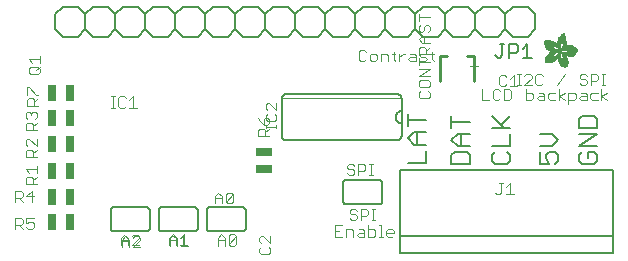
<source format=gbr>
G04 EAGLE Gerber RS-274X export*
G75*
%MOMM*%
%FSLAX34Y34*%
%LPD*%
%INSilkscreen Top*%
%IPPOS*%
%AMOC8*
5,1,8,0,0,1.08239X$1,22.5*%
G01*
%ADD10C,0.127000*%
%ADD11C,0.076200*%
%ADD12C,0.152400*%
%ADD13C,0.050800*%
%ADD14C,0.101600*%
%ADD15R,0.650000X1.400000*%
%ADD16R,1.400000X0.650000*%
%ADD17C,0.254000*%
%ADD18R,0.063400X0.002600*%
%ADD19R,0.099000X0.002400*%
%ADD20R,0.124400X0.002600*%
%ADD21R,0.144800X0.002400*%
%ADD22R,0.162600X0.002400*%
%ADD23R,0.180200X0.002600*%
%ADD24R,0.193000X0.002400*%
%ADD25R,0.208200X0.002600*%
%ADD26R,0.221000X0.002400*%
%ADD27R,0.233600X0.002400*%
%ADD28R,0.246200X0.002600*%
%ADD29R,0.256600X0.002400*%
%ADD30R,0.266600X0.002600*%
%ADD31R,0.276800X0.002400*%
%ADD32R,0.287000X0.002400*%
%ADD33R,0.297200X0.002600*%
%ADD34R,0.304800X0.002400*%
%ADD35R,0.315000X0.002600*%
%ADD36R,0.322600X0.002400*%
%ADD37R,0.332800X0.002400*%
%ADD38R,0.340400X0.002600*%
%ADD39R,0.350400X0.002400*%
%ADD40R,0.355600X0.002600*%
%ADD41R,0.363200X0.002400*%
%ADD42R,0.370800X0.002400*%
%ADD43R,0.378400X0.002600*%
%ADD44R,0.386000X0.002400*%
%ADD45R,0.391000X0.002600*%
%ADD46R,0.398800X0.002400*%
%ADD47R,0.406400X0.002400*%
%ADD48R,0.411400X0.002600*%
%ADD49R,0.419000X0.002400*%
%ADD50R,0.426600X0.002600*%
%ADD51R,0.431800X0.002400*%
%ADD52R,0.436800X0.002400*%
%ADD53R,0.442000X0.002600*%
%ADD54R,0.447000X0.002400*%
%ADD55R,0.454600X0.002600*%
%ADD56R,0.459600X0.002400*%
%ADD57R,0.467400X0.002400*%
%ADD58R,0.469800X0.002600*%
%ADD59R,0.475000X0.002400*%
%ADD60R,0.482600X0.002600*%
%ADD61R,0.485000X0.002400*%
%ADD62R,0.490200X0.002400*%
%ADD63R,0.495200X0.002600*%
%ADD64R,0.503000X0.002400*%
%ADD65R,0.505400X0.002600*%
%ADD66R,0.510400X0.002400*%
%ADD67R,0.515600X0.002400*%
%ADD68R,0.518000X0.002600*%
%ADD69R,0.523200X0.002400*%
%ADD70R,0.525800X0.002600*%
%ADD71R,0.533400X0.002400*%
%ADD72R,0.538400X0.002400*%
%ADD73R,0.541000X0.002600*%
%ADD74R,0.546000X0.002400*%
%ADD75R,0.548600X0.002600*%
%ADD76R,0.553600X0.002400*%
%ADD77R,0.558800X0.002400*%
%ADD78R,0.561400X0.002600*%
%ADD79R,0.566400X0.002400*%
%ADD80R,0.568800X0.002600*%
%ADD81R,0.574000X0.002400*%
%ADD82R,0.576600X0.002400*%
%ADD83R,0.581600X0.002600*%
%ADD84R,0.584200X0.002400*%
%ADD85R,0.589200X0.002600*%
%ADD86R,0.591800X0.002400*%
%ADD87R,0.596800X0.002400*%
%ADD88R,0.599400X0.002600*%
%ADD89R,0.604400X0.002400*%
%ADD90R,0.604400X0.002600*%
%ADD91R,0.609600X0.002400*%
%ADD92R,0.612200X0.002400*%
%ADD93R,0.617200X0.002600*%
%ADD94R,0.619800X0.002400*%
%ADD95R,0.622200X0.002600*%
%ADD96R,0.627200X0.002400*%
%ADD97R,0.632400X0.002600*%
%ADD98R,0.635000X0.002400*%
%ADD99R,0.640000X0.002600*%
%ADD100R,0.642600X0.002400*%
%ADD101R,0.645000X0.002400*%
%ADD102R,0.647600X0.002600*%
%ADD103R,0.650200X0.002400*%
%ADD104R,0.655200X0.002600*%
%ADD105R,0.657800X0.002400*%
%ADD106R,0.662800X0.002600*%
%ADD107R,0.665400X0.002400*%
%ADD108R,0.668000X0.002600*%
%ADD109R,0.670600X0.002400*%
%ADD110R,0.673000X0.002400*%
%ADD111R,0.678200X0.002600*%
%ADD112R,0.680600X0.002400*%
%ADD113R,0.680600X0.002600*%
%ADD114R,0.685800X0.002400*%
%ADD115R,0.688400X0.002400*%
%ADD116R,0.688400X0.002600*%
%ADD117R,0.693400X0.002400*%
%ADD118R,0.696000X0.002600*%
%ADD119R,0.698400X0.002400*%
%ADD120R,0.703400X0.002600*%
%ADD121R,0.706000X0.002400*%
%ADD122R,0.706000X0.002600*%
%ADD123R,0.711200X0.002400*%
%ADD124R,0.713800X0.002400*%
%ADD125R,0.713800X0.002600*%
%ADD126R,0.716200X0.002400*%
%ADD127R,0.721200X0.002600*%
%ADD128R,0.721200X0.002400*%
%ADD129R,0.723800X0.002400*%
%ADD130R,0.723800X0.002600*%
%ADD131R,0.729000X0.002400*%
%ADD132R,0.731600X0.002600*%
%ADD133R,0.731600X0.002400*%
%ADD134R,0.734000X0.002400*%
%ADD135R,0.736600X0.002600*%
%ADD136R,0.739000X0.002400*%
%ADD137R,0.741600X0.002600*%
%ADD138R,0.741600X0.002400*%
%ADD139R,0.744200X0.002400*%
%ADD140R,0.746600X0.002600*%
%ADD141R,0.749200X0.002400*%
%ADD142R,0.751800X0.002600*%
%ADD143R,0.751800X0.002400*%
%ADD144R,0.754200X0.002400*%
%ADD145R,0.756800X0.002600*%
%ADD146R,0.759400X0.002400*%
%ADD147R,0.759400X0.002600*%
%ADD148R,0.762000X0.002400*%
%ADD149R,0.764600X0.002400*%
%ADD150R,0.764600X0.002600*%
%ADD151R,0.767000X0.002400*%
%ADD152R,0.769600X0.002600*%
%ADD153R,0.772000X0.002400*%
%ADD154R,0.774600X0.002600*%
%ADD155R,0.774600X0.002400*%
%ADD156R,0.777200X0.002600*%
%ADD157R,0.777200X0.002400*%
%ADD158R,0.205600X0.002400*%
%ADD159R,0.779800X0.002400*%
%ADD160R,0.309800X0.002600*%
%ADD161R,0.782400X0.002600*%
%ADD162R,0.381000X0.002400*%
%ADD163R,0.784800X0.002400*%
%ADD164R,0.409000X0.002600*%
%ADD165R,0.784800X0.002600*%
%ADD166R,0.787400X0.002400*%
%ADD167R,0.452000X0.002400*%
%ADD168R,0.790000X0.002600*%
%ADD169R,0.487600X0.002400*%
%ADD170R,0.790000X0.002400*%
%ADD171R,0.502800X0.002600*%
%ADD172R,0.792400X0.002600*%
%ADD173R,0.518000X0.002400*%
%ADD174R,0.792400X0.002400*%
%ADD175R,0.530800X0.002400*%
%ADD176R,0.795000X0.002400*%
%ADD177R,0.795000X0.002600*%
%ADD178R,0.797600X0.002400*%
%ADD179R,0.563800X0.002600*%
%ADD180R,0.797600X0.002600*%
%ADD181R,0.800000X0.002400*%
%ADD182R,0.586600X0.002400*%
%ADD183R,0.596800X0.002600*%
%ADD184R,0.802600X0.002600*%
%ADD185R,0.604600X0.002400*%
%ADD186R,0.805200X0.002400*%
%ADD187R,0.612200X0.002600*%
%ADD188R,0.807600X0.002600*%
%ADD189R,0.622200X0.002400*%
%ADD190R,0.807600X0.002400*%
%ADD191R,0.630000X0.002400*%
%ADD192R,0.810200X0.002400*%
%ADD193R,0.637600X0.002600*%
%ADD194R,0.810200X0.002600*%
%ADD195R,0.647600X0.002400*%
%ADD196R,0.812800X0.002400*%
%ADD197R,0.652800X0.002600*%
%ADD198R,0.812800X0.002600*%
%ADD199R,0.815200X0.002400*%
%ADD200R,0.673000X0.002600*%
%ADD201R,0.815200X0.002600*%
%ADD202R,0.817800X0.002400*%
%ADD203R,0.683200X0.002600*%
%ADD204R,0.817800X0.002600*%
%ADD205R,0.690800X0.002400*%
%ADD206R,0.820400X0.002400*%
%ADD207R,0.696000X0.002400*%
%ADD208R,0.703600X0.002600*%
%ADD209R,0.820400X0.002600*%
%ADD210R,0.708600X0.002400*%
%ADD211R,0.823000X0.002400*%
%ADD212R,0.728800X0.002600*%
%ADD213R,0.825400X0.002600*%
%ADD214R,0.825400X0.002400*%
%ADD215R,0.739000X0.002600*%
%ADD216R,0.828000X0.002600*%
%ADD217R,0.828000X0.002400*%
%ADD218R,0.749200X0.002600*%
%ADD219R,0.830600X0.002600*%
%ADD220R,0.754400X0.002400*%
%ADD221R,0.830600X0.002400*%
%ADD222R,0.833200X0.002600*%
%ADD223R,0.764400X0.002400*%
%ADD224R,0.833200X0.002400*%
%ADD225R,0.835600X0.002600*%
%ADD226R,0.833000X0.002400*%
%ADD227R,0.782400X0.002400*%
%ADD228R,0.835600X0.002400*%
%ADD229R,0.787400X0.002600*%
%ADD230R,0.838200X0.002600*%
%ADD231R,0.789800X0.002400*%
%ADD232R,0.838200X0.002400*%
%ADD233R,0.840600X0.002600*%
%ADD234R,0.797400X0.002400*%
%ADD235R,0.840600X0.002400*%
%ADD236R,0.805200X0.002600*%
%ADD237R,0.840800X0.002600*%
%ADD238R,0.840800X0.002400*%
%ADD239R,0.843200X0.002600*%
%ADD240R,0.843200X0.002400*%
%ADD241R,0.815400X0.002400*%
%ADD242R,0.845800X0.002600*%
%ADD243R,0.845800X0.002400*%
%ADD244R,0.830400X0.002600*%
%ADD245R,0.848200X0.002600*%
%ADD246R,0.848200X0.002400*%
%ADD247R,0.848400X0.002400*%
%ADD248R,0.848400X0.002600*%
%ADD249R,0.850800X0.002400*%
%ADD250R,0.853400X0.002600*%
%ADD251R,0.850800X0.002600*%
%ADD252R,0.856000X0.002400*%
%ADD253R,0.861000X0.002600*%
%ADD254R,0.863600X0.002400*%
%ADD255R,0.866000X0.002600*%
%ADD256R,0.868600X0.002400*%
%ADD257R,0.871200X0.002600*%
%ADD258R,0.873600X0.002400*%
%ADD259R,0.853400X0.002400*%
%ADD260R,0.876200X0.002400*%
%ADD261R,0.876200X0.002600*%
%ADD262R,0.881400X0.002400*%
%ADD263R,0.883800X0.002600*%
%ADD264R,0.886400X0.002400*%
%ADD265R,0.889000X0.002400*%
%ADD266R,0.891600X0.002600*%
%ADD267R,0.891400X0.002400*%
%ADD268R,0.894000X0.002600*%
%ADD269R,0.896600X0.002400*%
%ADD270R,0.899000X0.002400*%
%ADD271R,0.901600X0.002600*%
%ADD272R,0.856000X0.002600*%
%ADD273R,0.904200X0.002400*%
%ADD274R,0.904200X0.002600*%
%ADD275R,0.909200X0.002400*%
%ADD276R,0.911800X0.002400*%
%ADD277R,0.914400X0.002600*%
%ADD278R,0.916800X0.002400*%
%ADD279R,0.919400X0.002600*%
%ADD280R,0.919400X0.002400*%
%ADD281R,0.922000X0.002400*%
%ADD282R,0.924600X0.002600*%
%ADD283R,0.927000X0.002400*%
%ADD284R,0.929600X0.002600*%
%ADD285R,0.932200X0.002400*%
%ADD286R,0.934600X0.002600*%
%ADD287R,0.937200X0.002400*%
%ADD288R,0.939800X0.002600*%
%ADD289R,0.942200X0.002400*%
%ADD290R,0.942400X0.002400*%
%ADD291R,0.944800X0.002600*%
%ADD292R,0.947400X0.002400*%
%ADD293R,0.950000X0.002600*%
%ADD294R,0.952400X0.002400*%
%ADD295R,0.955000X0.002400*%
%ADD296R,0.952400X0.002600*%
%ADD297R,0.957400X0.002600*%
%ADD298R,0.365600X0.002600*%
%ADD299R,0.462200X0.002600*%
%ADD300R,0.960000X0.002400*%
%ADD301R,0.358000X0.002400*%
%ADD302R,0.454600X0.002400*%
%ADD303R,0.962600X0.002400*%
%ADD304R,0.353000X0.002400*%
%ADD305R,0.452200X0.002400*%
%ADD306R,0.965200X0.002600*%
%ADD307R,0.350400X0.002600*%
%ADD308R,0.447000X0.002600*%
%ADD309R,0.965200X0.002400*%
%ADD310R,0.348000X0.002400*%
%ADD311R,0.444400X0.002400*%
%ADD312R,0.967600X0.002600*%
%ADD313R,0.345400X0.002600*%
%ADD314R,0.439400X0.002600*%
%ADD315R,0.970200X0.002400*%
%ADD316R,0.342800X0.002400*%
%ADD317R,0.340200X0.002400*%
%ADD318R,0.972800X0.002600*%
%ADD319R,0.337800X0.002600*%
%ADD320R,0.429200X0.002600*%
%ADD321R,0.972800X0.002400*%
%ADD322R,0.335200X0.002400*%
%ADD323R,0.429200X0.002400*%
%ADD324R,0.975400X0.002600*%
%ADD325R,0.332600X0.002600*%
%ADD326R,0.424200X0.002600*%
%ADD327R,0.977800X0.002400*%
%ADD328R,0.424200X0.002400*%
%ADD329R,0.980400X0.002600*%
%ADD330R,0.330200X0.002600*%
%ADD331R,0.419000X0.002600*%
%ADD332R,0.980400X0.002400*%
%ADD333R,0.327600X0.002400*%
%ADD334R,0.414000X0.002400*%
%ADD335R,0.983000X0.002600*%
%ADD336R,0.327600X0.002600*%
%ADD337R,0.414000X0.002600*%
%ADD338R,0.983000X0.002400*%
%ADD339R,0.325000X0.002400*%
%ADD340R,0.985400X0.002400*%
%ADD341R,0.409000X0.002400*%
%ADD342R,0.988000X0.002600*%
%ADD343R,0.322600X0.002600*%
%ADD344R,0.322400X0.002400*%
%ADD345R,0.320000X0.002600*%
%ADD346R,0.403800X0.002600*%
%ADD347R,0.990600X0.002400*%
%ADD348R,0.317400X0.002400*%
%ADD349R,0.401200X0.002400*%
%ADD350R,0.990600X0.002600*%
%ADD351R,0.317400X0.002600*%
%ADD352R,0.398800X0.002600*%
%ADD353R,0.315000X0.002400*%
%ADD354R,0.396200X0.002400*%
%ADD355R,0.993000X0.002600*%
%ADD356R,0.393600X0.002600*%
%ADD357R,0.993000X0.002400*%
%ADD358R,0.312400X0.002400*%
%ADD359R,0.393600X0.002400*%
%ADD360R,0.312400X0.002600*%
%ADD361R,0.391200X0.002600*%
%ADD362R,0.309800X0.002400*%
%ADD363R,0.388600X0.002400*%
%ADD364R,1.305600X0.002600*%
%ADD365R,0.386000X0.002600*%
%ADD366R,1.300400X0.002400*%
%ADD367R,1.298000X0.002400*%
%ADD368R,0.383400X0.002400*%
%ADD369R,1.298000X0.002600*%
%ADD370R,0.383400X0.002600*%
%ADD371R,1.295400X0.002400*%
%ADD372R,1.292800X0.002600*%
%ADD373R,0.381000X0.002600*%
%ADD374R,1.290200X0.002400*%
%ADD375R,0.378400X0.002400*%
%ADD376R,1.285200X0.002600*%
%ADD377R,1.285200X0.002400*%
%ADD378R,0.373400X0.002400*%
%ADD379R,1.282600X0.002600*%
%ADD380R,0.373400X0.002600*%
%ADD381R,1.282600X0.002400*%
%ADD382R,1.277600X0.002400*%
%ADD383R,1.277600X0.002600*%
%ADD384R,0.368200X0.002600*%
%ADD385R,1.275000X0.002400*%
%ADD386R,0.368200X0.002400*%
%ADD387R,1.272400X0.002600*%
%ADD388R,0.365800X0.002600*%
%ADD389R,1.270000X0.002400*%
%ADD390R,0.365800X0.002400*%
%ADD391R,1.265000X0.002600*%
%ADD392R,0.363200X0.002600*%
%ADD393R,1.265000X0.002400*%
%ADD394R,1.262400X0.002600*%
%ADD395R,0.360600X0.002600*%
%ADD396R,1.259800X0.002400*%
%ADD397R,0.360600X0.002400*%
%ADD398R,1.257200X0.002400*%
%ADD399R,1.257200X0.002600*%
%ADD400R,0.358000X0.002600*%
%ADD401R,1.254800X0.002400*%
%ADD402R,0.355600X0.002400*%
%ADD403R,1.252200X0.002600*%
%ADD404R,1.252200X0.002400*%
%ADD405R,1.247000X0.002400*%
%ADD406R,1.247000X0.002600*%
%ADD407R,0.353000X0.002600*%
%ADD408R,1.242000X0.002600*%
%ADD409R,1.242000X0.002400*%
%ADD410R,1.239400X0.002400*%
%ADD411R,1.237000X0.002600*%
%ADD412R,0.347800X0.002600*%
%ADD413R,1.237000X0.002400*%
%ADD414R,0.347800X0.002400*%
%ADD415R,1.231800X0.002600*%
%ADD416R,1.231800X0.002400*%
%ADD417R,0.345400X0.002400*%
%ADD418R,1.226800X0.002600*%
%ADD419R,1.226800X0.002400*%
%ADD420R,1.224200X0.002600*%
%ADD421R,0.342800X0.002600*%
%ADD422R,1.221600X0.002400*%
%ADD423R,0.340400X0.002400*%
%ADD424R,1.219200X0.002600*%
%ADD425R,1.216600X0.002400*%
%ADD426R,0.337800X0.002400*%
%ADD427R,1.214200X0.002600*%
%ADD428R,1.214200X0.002400*%
%ADD429R,1.209000X0.002400*%
%ADD430R,1.209000X0.002600*%
%ADD431R,0.335200X0.002600*%
%ADD432R,1.206400X0.002600*%
%ADD433R,0.652800X0.002400*%
%ADD434R,0.083800X0.002400*%
%ADD435R,0.505400X0.002400*%
%ADD436R,0.134600X0.002400*%
%ADD437R,0.497800X0.002600*%
%ADD438R,0.332800X0.002600*%
%ADD439R,0.167600X0.002600*%
%ADD440R,0.632400X0.002400*%
%ADD441R,0.330200X0.002400*%
%ADD442R,0.195400X0.002400*%
%ADD443R,0.629800X0.002600*%
%ADD444R,0.223400X0.002600*%
%ADD445R,0.624800X0.002400*%
%ADD446R,0.474800X0.002400*%
%ADD447R,0.246400X0.002400*%
%ADD448R,0.469800X0.002400*%
%ADD449R,0.264000X0.002400*%
%ADD450R,0.619600X0.002600*%
%ADD451R,0.284400X0.002600*%
%ADD452R,0.617200X0.002400*%
%ADD453R,0.457200X0.002400*%
%ADD454R,0.302200X0.002400*%
%ADD455R,0.614600X0.002600*%
%ADD456R,0.452000X0.002600*%
%ADD457R,0.325000X0.002600*%
%ADD458R,0.439400X0.002400*%
%ADD459R,0.609600X0.002600*%
%ADD460R,0.434400X0.002600*%
%ADD461R,0.322400X0.002600*%
%ADD462R,0.602000X0.002400*%
%ADD463R,0.416400X0.002400*%
%ADD464R,0.599400X0.002400*%
%ADD465R,0.408800X0.002400*%
%ADD466R,0.320000X0.002400*%
%ADD467R,0.441800X0.002400*%
%ADD468R,0.401200X0.002600*%
%ADD469R,0.464800X0.002400*%
%ADD470R,0.594200X0.002400*%
%ADD471R,0.591800X0.002600*%
%ADD472R,0.487600X0.002600*%
%ADD473R,0.594400X0.002400*%
%ADD474R,0.495200X0.002400*%
%ADD475R,0.508000X0.002600*%
%ADD476R,0.518200X0.002400*%
%ADD477R,0.589200X0.002400*%
%ADD478R,0.375800X0.002400*%
%ADD479R,0.528400X0.002400*%
%ADD480R,0.370800X0.002600*%
%ADD481R,0.538400X0.002600*%
%ADD482R,0.586600X0.002600*%
%ADD483R,0.556200X0.002600*%
%ADD484R,0.314800X0.002400*%
%ADD485R,0.586800X0.002600*%
%ADD486R,0.584200X0.002600*%
%ADD487R,0.602000X0.002600*%
%ADD488R,0.581600X0.002400*%
%ADD489R,0.619600X0.002400*%
%ADD490R,0.627400X0.002600*%
%ADD491R,0.307200X0.002600*%
%ADD492R,0.642600X0.002600*%
%ADD493R,0.579200X0.002400*%
%ADD494R,0.307400X0.002400*%
%ADD495R,0.579000X0.002600*%
%ADD496R,0.307400X0.002600*%
%ADD497R,0.665400X0.002600*%
%ADD498R,0.307200X0.002400*%
%ADD499R,0.314800X0.002600*%
%ADD500R,0.304800X0.002600*%
%ADD501R,0.576400X0.002400*%
%ADD502R,0.576600X0.002600*%
%ADD503R,0.713600X0.002400*%
%ADD504R,0.574000X0.002600*%
%ADD505R,0.302200X0.002600*%
%ADD506R,0.721400X0.002600*%
%ADD507R,0.299600X0.002400*%
%ADD508R,0.297200X0.002400*%
%ADD509R,0.736600X0.002400*%
%ADD510R,0.292000X0.002600*%
%ADD511R,0.289600X0.002400*%
%ADD512R,0.746800X0.002400*%
%ADD513R,0.571400X0.002600*%
%ADD514R,0.287000X0.002600*%
%ADD515R,0.299800X0.002600*%
%ADD516R,0.754400X0.002600*%
%ADD517R,0.284400X0.002400*%
%ADD518R,1.061800X0.002400*%
%ADD519R,0.571400X0.002400*%
%ADD520R,0.282000X0.002400*%
%ADD521R,1.066800X0.002400*%
%ADD522R,0.279400X0.002600*%
%ADD523R,1.066800X0.002600*%
%ADD524R,1.071800X0.002400*%
%ADD525R,0.274200X0.002600*%
%ADD526R,1.074400X0.002600*%
%ADD527R,0.274200X0.002400*%
%ADD528R,1.076800X0.002400*%
%ADD529R,0.569000X0.002400*%
%ADD530R,0.271800X0.002400*%
%ADD531R,1.079400X0.002400*%
%ADD532R,0.269200X0.002600*%
%ADD533R,1.082000X0.002600*%
%ADD534R,0.266600X0.002400*%
%ADD535R,1.087000X0.002400*%
%ADD536R,0.569000X0.002600*%
%ADD537R,0.264200X0.002600*%
%ADD538R,1.087000X0.002600*%
%ADD539R,0.568800X0.002400*%
%ADD540R,0.261600X0.002400*%
%ADD541R,1.092200X0.002400*%
%ADD542R,0.259000X0.002400*%
%ADD543R,1.094800X0.002400*%
%ADD544R,0.566400X0.002600*%
%ADD545R,0.256600X0.002600*%
%ADD546R,1.097200X0.002600*%
%ADD547R,1.099800X0.002400*%
%ADD548R,0.254000X0.002600*%
%ADD549R,1.104800X0.002600*%
%ADD550R,0.251400X0.002400*%
%ADD551R,1.104800X0.002400*%
%ADD552R,0.248800X0.002400*%
%ADD553R,1.110000X0.002400*%
%ADD554R,0.246400X0.002600*%
%ADD555R,1.112400X0.002600*%
%ADD556R,1.115000X0.002400*%
%ADD557R,1.117600X0.002600*%
%ADD558R,0.563800X0.002400*%
%ADD559R,0.243800X0.002400*%
%ADD560R,1.122600X0.002400*%
%ADD561R,0.241200X0.002400*%
%ADD562R,0.241200X0.002600*%
%ADD563R,1.127800X0.002600*%
%ADD564R,0.238600X0.002400*%
%ADD565R,1.130200X0.002400*%
%ADD566R,0.236200X0.002600*%
%ADD567R,1.132800X0.002600*%
%ADD568R,0.561400X0.002400*%
%ADD569R,1.137800X0.002400*%
%ADD570R,0.561200X0.002400*%
%ADD571R,0.561200X0.002600*%
%ADD572R,0.233600X0.002600*%
%ADD573R,1.143000X0.002600*%
%ADD574R,0.231200X0.002400*%
%ADD575R,1.145600X0.002400*%
%ADD576R,0.231200X0.002600*%
%ADD577R,1.148000X0.002600*%
%ADD578R,0.228600X0.002400*%
%ADD579R,1.153200X0.002400*%
%ADD580R,0.226000X0.002400*%
%ADD581R,0.558800X0.002600*%
%ADD582R,0.228600X0.002600*%
%ADD583R,1.158200X0.002600*%
%ADD584R,1.160800X0.002400*%
%ADD585R,1.165800X0.002600*%
%ADD586R,0.223400X0.002400*%
%ADD587R,1.168400X0.002400*%
%ADD588R,1.171000X0.002400*%
%ADD589R,1.176000X0.002600*%
%ADD590R,0.220800X0.002400*%
%ADD591R,1.176000X0.002400*%
%ADD592R,0.221000X0.002600*%
%ADD593R,1.181000X0.002600*%
%ADD594R,1.186200X0.002400*%
%ADD595R,0.218400X0.002400*%
%ADD596R,1.188600X0.002400*%
%ADD597R,1.193800X0.002600*%
%ADD598R,1.196200X0.002400*%
%ADD599R,1.201400X0.002600*%
%ADD600R,0.556200X0.002400*%
%ADD601R,1.206400X0.002400*%
%ADD602R,0.218400X0.002600*%
%ADD603R,1.221600X0.002600*%
%ADD604R,0.553800X0.002400*%
%ADD605R,0.223600X0.002400*%
%ADD606R,0.553600X0.002600*%
%ADD607R,0.226000X0.002600*%
%ADD608R,0.551200X0.002600*%
%ADD609R,0.231000X0.002600*%
%ADD610R,1.249600X0.002600*%
%ADD611R,0.551200X0.002400*%
%ADD612R,0.236200X0.002400*%
%ADD613R,1.513800X0.002400*%
%ADD614R,1.513800X0.002600*%
%ADD615R,0.551000X0.002400*%
%ADD616R,1.516200X0.002600*%
%ADD617R,1.516400X0.002400*%
%ADD618R,0.551000X0.002600*%
%ADD619R,1.518800X0.002600*%
%ADD620R,1.519000X0.002400*%
%ADD621R,1.519000X0.002600*%
%ADD622R,1.521400X0.002400*%
%ADD623R,1.521400X0.002600*%
%ADD624R,1.524000X0.002400*%
%ADD625R,1.524000X0.002600*%
%ADD626R,1.526400X0.002400*%
%ADD627R,1.526600X0.002600*%
%ADD628R,1.529000X0.002400*%
%ADD629R,1.529000X0.002600*%
%ADD630R,1.531600X0.002400*%
%ADD631R,1.534200X0.002600*%
%ADD632R,1.536600X0.002400*%
%ADD633R,1.539200X0.002600*%
%ADD634R,1.541800X0.002400*%
%ADD635R,1.544200X0.002600*%
%ADD636R,1.549400X0.002400*%
%ADD637R,1.549400X0.002600*%
%ADD638R,1.554400X0.002400*%
%ADD639R,1.557000X0.002400*%
%ADD640R,0.594400X0.002600*%
%ADD641R,1.559400X0.002600*%
%ADD642R,1.564600X0.002400*%
%ADD643R,0.604600X0.002600*%
%ADD644R,1.567200X0.002600*%
%ADD645R,1.572200X0.002400*%
%ADD646R,0.614600X0.002400*%
%ADD647R,1.577200X0.002400*%
%ADD648R,0.525800X0.002400*%
%ADD649R,0.906800X0.002400*%
%ADD650R,1.168400X0.002600*%
%ADD651R,0.889000X0.002600*%
%ADD652R,1.155600X0.002400*%
%ADD653R,1.143000X0.002400*%
%ADD654R,0.866200X0.002400*%
%ADD655R,1.130200X0.002600*%
%ADD656R,1.120000X0.002400*%
%ADD657R,1.110000X0.002600*%
%ADD658R,1.084600X0.002600*%
%ADD659R,1.071800X0.002600*%
%ADD660R,1.064200X0.002400*%
%ADD661R,0.807800X0.002400*%
%ADD662R,1.059200X0.002400*%
%ADD663R,0.802600X0.002400*%
%ADD664R,1.054000X0.002600*%
%ADD665R,0.800000X0.002600*%
%ADD666R,1.049000X0.002400*%
%ADD667R,1.046400X0.002600*%
%ADD668R,1.041400X0.002400*%
%ADD669R,1.038800X0.002400*%
%ADD670R,1.033800X0.002600*%
%ADD671R,1.031200X0.002400*%
%ADD672R,1.028600X0.002600*%
%ADD673R,1.026000X0.002400*%
%ADD674R,0.782200X0.002400*%
%ADD675R,1.026200X0.002400*%
%ADD676R,1.023600X0.002600*%
%ADD677R,0.782200X0.002600*%
%ADD678R,1.021000X0.002400*%
%ADD679R,1.021000X0.002600*%
%ADD680R,1.018400X0.002400*%
%ADD681R,1.018400X0.002600*%
%ADD682R,1.023600X0.002400*%
%ADD683R,1.026200X0.002600*%
%ADD684R,1.028600X0.002400*%
%ADD685R,1.033600X0.002600*%
%ADD686R,0.797400X0.002600*%
%ADD687R,1.033600X0.002400*%
%ADD688R,1.036200X0.002600*%
%ADD689R,1.046400X0.002400*%
%ADD690R,1.049000X0.002600*%
%ADD691R,1.054000X0.002400*%
%ADD692R,1.056600X0.002600*%
%ADD693R,1.061600X0.002400*%
%ADD694R,0.822800X0.002400*%
%ADD695R,1.097200X0.002400*%
%ADD696R,0.858400X0.002600*%
%ADD697R,1.122600X0.002600*%
%ADD698R,0.878800X0.002400*%
%ADD699R,1.140400X0.002400*%
%ADD700R,0.883800X0.002400*%
%ADD701R,0.901600X0.002400*%
%ADD702R,1.170800X0.002600*%
%ADD703R,0.909200X0.002600*%
%ADD704R,1.181000X0.002400*%
%ADD705R,1.196400X0.002400*%
%ADD706R,0.929600X0.002400*%
%ADD707R,1.221800X0.002400*%
%ADD708R,0.949800X0.002400*%
%ADD709R,0.962600X0.002600*%
%ADD710R,0.975400X0.002400*%
%ADD711R,1.272400X0.002400*%
%ADD712R,1.290400X0.002600*%
%ADD713R,1.008200X0.002600*%
%ADD714R,1.318200X0.002400*%
%ADD715R,1.361400X0.002600*%
%ADD716R,2.491600X0.002400*%
%ADD717R,2.494200X0.002400*%
%ADD718R,2.499400X0.002600*%
%ADD719R,2.501800X0.002400*%
%ADD720R,2.504400X0.002600*%
%ADD721R,2.509400X0.002400*%
%ADD722R,2.512000X0.002400*%
%ADD723R,2.517200X0.002600*%
%ADD724R,2.519600X0.002400*%
%ADD725R,2.524800X0.002600*%
%ADD726R,2.527200X0.002400*%
%ADD727R,2.529800X0.002400*%
%ADD728R,2.535000X0.002600*%
%ADD729R,1.673800X0.002400*%
%ADD730R,1.661200X0.002600*%
%ADD731R,1.653400X0.002400*%
%ADD732R,1.645800X0.002400*%
%ADD733R,1.638200X0.002600*%
%ADD734R,1.635800X0.002400*%
%ADD735R,0.779800X0.002600*%
%ADD736R,1.630600X0.002600*%
%ADD737R,1.625600X0.002400*%
%ADD738R,0.772200X0.002400*%
%ADD739R,1.620400X0.002400*%
%ADD740R,1.618000X0.002600*%
%ADD741R,1.612800X0.002400*%
%ADD742R,0.764400X0.002600*%
%ADD743R,1.610200X0.002600*%
%ADD744R,1.607800X0.002400*%
%ADD745R,1.602600X0.002400*%
%ADD746R,0.757000X0.002600*%
%ADD747R,1.600200X0.002600*%
%ADD748R,1.597600X0.002400*%
%ADD749R,1.595000X0.002600*%
%ADD750R,1.592600X0.002400*%
%ADD751R,1.590000X0.002400*%
%ADD752R,0.746800X0.002600*%
%ADD753R,1.587400X0.002600*%
%ADD754R,1.585000X0.002400*%
%ADD755R,0.744200X0.002600*%
%ADD756R,1.582400X0.002600*%
%ADD757R,1.579800X0.002400*%
%ADD758R,1.577200X0.002600*%
%ADD759R,1.574800X0.002400*%
%ADD760R,0.734000X0.002600*%
%ADD761R,1.574800X0.002600*%
%ADD762R,1.338600X0.002400*%
%ADD763R,0.731400X0.002400*%
%ADD764R,1.323200X0.002400*%
%ADD765R,0.731400X0.002600*%
%ADD766R,0.213200X0.002600*%
%ADD767R,1.315600X0.002600*%
%ADD768R,0.210800X0.002400*%
%ADD769R,1.308000X0.002400*%
%ADD770R,0.726400X0.002600*%
%ADD771R,0.210800X0.002600*%
%ADD772R,1.300400X0.002600*%
%ADD773R,0.721400X0.002400*%
%ADD774R,0.208200X0.002400*%
%ADD775R,0.718800X0.002400*%
%ADD776R,0.716200X0.002600*%
%ADD777R,1.267400X0.002400*%
%ADD778R,0.713600X0.002600*%
%ADD779R,1.254800X0.002600*%
%ADD780R,1.249600X0.002400*%
%ADD781R,0.711200X0.002600*%
%ADD782R,1.244600X0.002600*%
%ADD783R,0.706200X0.002400*%
%ADD784R,0.213400X0.002400*%
%ADD785R,0.213200X0.002400*%
%ADD786R,0.215800X0.002600*%
%ADD787R,1.221800X0.002600*%
%ADD788R,0.701000X0.002400*%
%ADD789R,0.215800X0.002400*%
%ADD790R,1.219200X0.002400*%
%ADD791R,1.214000X0.002400*%
%ADD792R,0.701000X0.002600*%
%ADD793R,0.223600X0.002600*%
%ADD794R,1.198800X0.002600*%
%ADD795R,0.695800X0.002400*%
%ADD796R,1.193800X0.002400*%
%ADD797R,1.188800X0.002400*%
%ADD798R,0.695800X0.002600*%
%ADD799R,1.186200X0.002600*%
%ADD800R,0.690800X0.002600*%
%ADD801R,1.178400X0.002600*%
%ADD802R,0.238800X0.002400*%
%ADD803R,1.173400X0.002400*%
%ADD804R,0.688200X0.002400*%
%ADD805R,0.688200X0.002600*%
%ADD806R,1.163200X0.002600*%
%ADD807R,1.158200X0.002400*%
%ADD808R,0.685800X0.002600*%
%ADD809R,1.155600X0.002600*%
%ADD810R,1.150600X0.002400*%
%ADD811R,0.683200X0.002400*%
%ADD812R,1.145400X0.002400*%
%ADD813R,0.256400X0.002400*%
%ADD814R,1.135400X0.002400*%
%ADD815R,0.261600X0.002600*%
%ADD816R,1.127600X0.002400*%
%ADD817R,1.125200X0.002400*%
%ADD818R,1.120000X0.002600*%
%ADD819R,0.678200X0.002400*%
%ADD820R,1.107400X0.002400*%
%ADD821R,0.675600X0.002400*%
%ADD822R,1.102200X0.002400*%
%ADD823R,1.099800X0.002600*%
%ADD824R,0.675600X0.002600*%
%ADD825R,1.089600X0.002600*%
%ADD826R,0.294600X0.002400*%
%ADD827R,1.084400X0.002400*%
%ADD828R,1.082000X0.002400*%
%ADD829R,1.076800X0.002600*%
%ADD830R,1.069200X0.002600*%
%ADD831R,1.051400X0.002400*%
%ADD832R,0.670400X0.002400*%
%ADD833R,0.670600X0.002600*%
%ADD834R,1.031200X0.002600*%
%ADD835R,0.670400X0.002600*%
%ADD836R,1.016000X0.002400*%
%ADD837R,1.010800X0.002600*%
%ADD838R,0.376000X0.002400*%
%ADD839R,1.005800X0.002400*%
%ADD840R,1.000800X0.002600*%
%ADD841R,0.998200X0.002400*%
%ADD842R,0.391200X0.002400*%
%ADD843R,0.396200X0.002600*%
%ADD844R,0.401400X0.002400*%
%ADD845R,0.406400X0.002600*%
%ADD846R,0.977800X0.002600*%
%ADD847R,0.421600X0.002400*%
%ADD848R,0.955000X0.002600*%
%ADD849R,0.950000X0.002400*%
%ADD850R,0.944800X0.002400*%
%ADD851R,0.942200X0.002600*%
%ADD852R,0.467200X0.002400*%
%ADD853R,0.477400X0.002600*%
%ADD854R,0.530800X0.002600*%
%ADD855R,0.906800X0.002600*%
%ADD856R,1.325800X0.002400*%
%ADD857R,0.894000X0.002400*%
%ADD858R,1.325800X0.002600*%
%ADD859R,1.328400X0.002400*%
%ADD860R,1.328400X0.002600*%
%ADD861R,0.881400X0.002600*%
%ADD862R,1.333400X0.002400*%
%ADD863R,1.333400X0.002600*%
%ADD864R,0.863600X0.002600*%
%ADD865R,0.858400X0.002400*%
%ADD866R,1.336000X0.002600*%
%ADD867R,1.338600X0.002600*%
%ADD868R,0.833000X0.002600*%
%ADD869R,1.343600X0.002400*%
%ADD870R,1.343600X0.002600*%
%ADD871R,0.365600X0.002400*%
%ADD872R,1.346200X0.002400*%
%ADD873R,1.348800X0.002600*%
%ADD874R,1.348800X0.002400*%
%ADD875R,1.351200X0.002600*%
%ADD876R,1.351200X0.002400*%
%ADD877R,0.269200X0.002400*%
%ADD878R,1.353800X0.002400*%
%ADD879R,0.249000X0.002400*%
%ADD880R,1.353800X0.002600*%
%ADD881R,0.340200X0.002600*%
%ADD882R,1.356200X0.002400*%
%ADD883R,1.358800X0.002600*%
%ADD884R,0.198200X0.002600*%
%ADD885R,1.358800X0.002400*%
%ADD886R,0.180200X0.002400*%
%ADD887R,0.157400X0.002400*%
%ADD888R,0.132000X0.002600*%
%ADD889R,1.364000X0.002400*%
%ADD890R,0.101600X0.002400*%
%ADD891R,1.364000X0.002600*%
%ADD892R,0.050800X0.002600*%
%ADD893R,1.369000X0.002400*%
%ADD894R,1.369000X0.002600*%
%ADD895R,1.371600X0.002600*%
%ADD896R,1.374200X0.002400*%
%ADD897R,1.376600X0.002600*%
%ADD898R,1.376600X0.002400*%
%ADD899R,1.379200X0.002600*%
%ADD900R,1.381800X0.002400*%
%ADD901R,1.381800X0.002600*%
%ADD902R,1.386800X0.002400*%
%ADD903R,1.386800X0.002600*%
%ADD904R,0.294600X0.002600*%
%ADD905R,1.389200X0.002400*%
%ADD906R,1.389200X0.002600*%
%ADD907R,1.394400X0.002400*%
%ADD908R,0.292000X0.002400*%
%ADD909R,1.394400X0.002600*%
%ADD910R,1.397000X0.002400*%
%ADD911R,1.397000X0.002600*%
%ADD912R,1.402000X0.002400*%
%ADD913R,1.402000X0.002600*%
%ADD914R,0.289600X0.002600*%
%ADD915R,1.404600X0.002400*%
%ADD916R,1.407000X0.002600*%
%ADD917R,1.409600X0.002400*%
%ADD918R,1.412200X0.002600*%
%ADD919R,1.412200X0.002400*%
%ADD920R,1.414800X0.002600*%
%ADD921R,1.417200X0.002400*%
%ADD922R,1.419800X0.002600*%
%ADD923R,1.419800X0.002400*%
%ADD924R,1.422400X0.002400*%
%ADD925R,1.424800X0.002600*%
%ADD926R,1.424800X0.002400*%
%ADD927R,1.051400X0.002600*%
%ADD928R,0.375800X0.002600*%
%ADD929R,1.044000X0.002400*%
%ADD930R,0.383600X0.002400*%
%ADD931R,1.041400X0.002600*%
%ADD932R,0.299600X0.002600*%
%ADD933R,1.038800X0.002600*%
%ADD934R,0.388600X0.002600*%
%ADD935R,1.036200X0.002400*%
%ADD936R,0.398600X0.002600*%
%ADD937R,0.398600X0.002400*%
%ADD938R,1.018600X0.002600*%
%ADD939R,0.403800X0.002400*%
%ADD940R,1.013400X0.002600*%
%ADD941R,1.008400X0.002400*%
%ADD942R,0.411400X0.002400*%
%ADD943R,1.005800X0.002600*%
%ADD944R,1.003200X0.002400*%
%ADD945R,0.421600X0.002600*%
%ADD946R,0.426800X0.002400*%
%ADD947R,0.995600X0.002400*%
%ADD948R,0.441800X0.002600*%
%ADD949R,0.988000X0.002400*%
%ADD950R,0.985400X0.002600*%
%ADD951R,0.975200X0.002400*%
%ADD952R,0.970200X0.002600*%
%ADD953R,0.967600X0.002400*%
%ADD954R,0.960000X0.002600*%
%ADD955R,0.805000X0.002600*%
%ADD956R,0.957400X0.002400*%
%ADD957R,0.947400X0.002600*%
%ADD958R,0.934600X0.002400*%
%ADD959R,0.927000X0.002600*%
%ADD960R,0.924600X0.002400*%
%ADD961R,0.917000X0.002400*%
%ADD962R,0.891400X0.002600*%
%ADD963R,0.861000X0.002400*%
%ADD964R,0.789800X0.002600*%
%ADD965R,0.772200X0.002600*%
%ADD966R,0.772000X0.002600*%
%ADD967R,0.726400X0.002400*%
%ADD968R,0.769600X0.002400*%
%ADD969R,0.718800X0.002600*%
%ADD970R,0.767000X0.002600*%
%ADD971R,0.660400X0.002400*%
%ADD972R,0.650200X0.002600*%
%ADD973R,0.637400X0.002400*%
%ADD974R,0.607000X0.002400*%
%ADD975R,0.535800X0.002400*%
%ADD976R,0.756800X0.002400*%
%ADD977R,0.061000X0.002400*%
%ADD978R,0.746600X0.002400*%
%ADD979R,0.729000X0.002600*%
%ADD980R,0.703600X0.002400*%
%ADD981R,0.698400X0.002600*%
%ADD982R,0.693400X0.002600*%
%ADD983R,0.680800X0.002400*%
%ADD984R,0.680800X0.002600*%
%ADD985R,0.668000X0.002400*%
%ADD986R,0.663000X0.002400*%
%ADD987R,0.663000X0.002600*%
%ADD988R,0.655200X0.002400*%
%ADD989R,0.652600X0.002600*%
%ADD990R,0.652600X0.002400*%
%ADD991R,0.645200X0.002400*%
%ADD992R,0.645200X0.002600*%
%ADD993R,0.640000X0.002400*%
%ADD994R,0.635000X0.002600*%
%ADD995R,0.629800X0.002400*%
%ADD996R,0.627400X0.002400*%
%ADD997R,0.612000X0.002600*%
%ADD998R,0.612000X0.002400*%
%ADD999R,0.607000X0.002600*%
%ADD1000R,0.553800X0.002600*%
%ADD1001R,0.546000X0.002600*%
%ADD1002R,0.543400X0.002400*%
%ADD1003R,0.543400X0.002600*%
%ADD1004R,0.536000X0.002400*%
%ADD1005R,0.536000X0.002600*%
%ADD1006R,0.528200X0.002600*%
%ADD1007R,0.525600X0.002400*%
%ADD1008R,0.520600X0.002600*%
%ADD1009R,0.515600X0.002600*%
%ADD1010R,0.510600X0.002400*%
%ADD1011R,0.502800X0.002400*%
%ADD1012R,0.500400X0.002600*%
%ADD1013R,0.497800X0.002400*%
%ADD1014R,0.492800X0.002400*%
%ADD1015R,0.492800X0.002600*%
%ADD1016R,0.485000X0.002600*%
%ADD1017R,0.482600X0.002400*%
%ADD1018R,0.480000X0.002400*%
%ADD1019R,0.475000X0.002600*%
%ADD1020R,0.472400X0.002400*%
%ADD1021R,0.444400X0.002600*%
%ADD1022R,0.442000X0.002400*%
%ADD1023R,0.436800X0.002600*%
%ADD1024R,0.434200X0.002400*%
%ADD1025R,0.416600X0.002400*%
%ADD1026R,0.358200X0.002400*%
%ADD1027R,0.289400X0.002400*%
%ADD1028R,0.276800X0.002600*%
%ADD1029R,0.256400X0.002600*%
%ADD1030R,0.254000X0.002400*%
%ADD1031R,0.243800X0.002600*%
%ADD1032R,0.231000X0.002400*%
%ADD1033R,0.203200X0.002400*%
%ADD1034R,0.200600X0.002600*%
%ADD1035R,0.195600X0.002400*%
%ADD1036R,0.193000X0.002600*%
%ADD1037R,0.188000X0.002400*%
%ADD1038R,0.182800X0.002400*%
%ADD1039R,0.172600X0.002400*%
%ADD1040R,0.170200X0.002600*%
%ADD1041R,0.167600X0.002400*%
%ADD1042R,0.160000X0.002400*%
%ADD1043R,0.157400X0.002600*%
%ADD1044R,0.152400X0.002400*%
%ADD1045R,0.149800X0.002600*%
%ADD1046R,0.139600X0.002400*%
%ADD1047R,0.137200X0.002600*%
%ADD1048R,0.129400X0.002400*%
%ADD1049R,0.127000X0.002600*%
%ADD1050R,0.124400X0.002400*%
%ADD1051R,0.119400X0.002400*%
%ADD1052R,0.114200X0.002600*%
%ADD1053R,0.109200X0.002400*%
%ADD1054R,0.106600X0.002600*%
%ADD1055R,0.096400X0.002400*%
%ADD1056R,0.094000X0.002600*%
%ADD1057R,0.088800X0.002400*%
%ADD1058R,0.083800X0.002600*%
%ADD1059R,0.078600X0.002400*%
%ADD1060R,0.076200X0.002400*%
%ADD1061R,0.073600X0.002600*%
%ADD1062R,0.066000X0.002400*%
%ADD1063R,0.058400X0.002400*%
%ADD1064R,0.055800X0.002400*%
%ADD1065R,0.048200X0.002600*%
%ADD1066R,0.045600X0.002400*%
%ADD1067R,0.043200X0.002600*%
%ADD1068R,0.038000X0.002400*%
%ADD1069R,0.035600X0.002400*%
%ADD1070R,0.027800X0.002600*%
%ADD1071R,0.025400X0.002400*%
%ADD1072R,0.020200X0.002600*%
%ADD1073R,0.017800X0.002400*%
%ADD1074R,0.015200X0.002400*%
%ADD1075R,0.010000X0.002600*%
%ADD1076R,0.007600X0.002400*%


D10*
X438518Y87173D02*
X438518Y76835D01*
X446271Y76835D01*
X443687Y82004D01*
X443687Y84589D01*
X446271Y87173D01*
X451440Y87173D01*
X454025Y84589D01*
X454025Y79420D01*
X451440Y76835D01*
X448856Y92271D02*
X438518Y92271D01*
X448856Y92271D02*
X454025Y97440D01*
X448856Y102609D01*
X438518Y102609D01*
X471538Y84589D02*
X474122Y87173D01*
X471538Y84589D02*
X471538Y79420D01*
X474122Y76835D01*
X484460Y76835D01*
X487045Y79420D01*
X487045Y84589D01*
X484460Y87173D01*
X479291Y87173D01*
X479291Y82004D01*
X471538Y92271D02*
X487045Y92271D01*
X487045Y102609D02*
X471538Y92271D01*
X471538Y102609D02*
X487045Y102609D01*
X487045Y107707D02*
X471538Y107707D01*
X487045Y107707D02*
X487045Y115461D01*
X484460Y118045D01*
X474122Y118045D01*
X471538Y115461D01*
X471538Y107707D01*
X379095Y76835D02*
X363588Y76835D01*
X379095Y76835D02*
X379095Y84589D01*
X376510Y87173D01*
X366172Y87173D01*
X363588Y84589D01*
X363588Y76835D01*
X368757Y92271D02*
X379095Y92271D01*
X368757Y92271D02*
X363588Y97440D01*
X368757Y102609D01*
X379095Y102609D01*
X371341Y102609D02*
X371341Y92271D01*
X379095Y112876D02*
X363588Y112876D01*
X363588Y107707D02*
X363588Y118045D01*
X397878Y84589D02*
X400462Y87173D01*
X397878Y84589D02*
X397878Y79420D01*
X400462Y76835D01*
X410800Y76835D01*
X413385Y79420D01*
X413385Y84589D01*
X410800Y87173D01*
X413385Y92271D02*
X397878Y92271D01*
X413385Y92271D02*
X413385Y102609D01*
X413385Y107707D02*
X397878Y107707D01*
X408216Y107707D02*
X397878Y118045D01*
X405631Y110292D02*
X413385Y118045D01*
X342265Y78105D02*
X326758Y78105D01*
X342265Y78105D02*
X342265Y88443D01*
X342265Y93541D02*
X331927Y93541D01*
X326758Y98710D01*
X331927Y103879D01*
X342265Y103879D01*
X334511Y103879D02*
X334511Y93541D01*
X342265Y114146D02*
X326758Y114146D01*
X326758Y108977D02*
X326758Y119315D01*
D11*
X271139Y25027D02*
X264868Y25027D01*
X264868Y15621D01*
X271139Y15621D01*
X268004Y20324D02*
X264868Y20324D01*
X274223Y21892D02*
X274223Y15621D01*
X274223Y21892D02*
X278926Y21892D01*
X280494Y20324D01*
X280494Y15621D01*
X285146Y21892D02*
X288282Y21892D01*
X289849Y20324D01*
X289849Y15621D01*
X285146Y15621D01*
X283579Y17189D01*
X285146Y18756D01*
X289849Y18756D01*
X292934Y15621D02*
X292934Y25027D01*
X292934Y15621D02*
X297637Y15621D01*
X299205Y17189D01*
X299205Y20324D01*
X297637Y21892D01*
X292934Y21892D01*
X302289Y25027D02*
X303857Y25027D01*
X303857Y15621D01*
X305424Y15621D02*
X302289Y15621D01*
X310093Y15621D02*
X313229Y15621D01*
X310093Y15621D02*
X308526Y17189D01*
X308526Y20324D01*
X310093Y21892D01*
X313229Y21892D01*
X314796Y20324D01*
X314796Y18756D01*
X308526Y18756D01*
X84201Y13002D02*
X84201Y6731D01*
X84201Y13002D02*
X87336Y16137D01*
X90472Y13002D01*
X90472Y6731D01*
X90472Y11434D02*
X84201Y11434D01*
X93556Y6731D02*
X99827Y6731D01*
X93556Y6731D02*
X99827Y13002D01*
X99827Y14569D01*
X98259Y16137D01*
X95124Y16137D01*
X93556Y14569D01*
X124841Y14272D02*
X124841Y8001D01*
X124841Y14272D02*
X127976Y17407D01*
X131112Y14272D01*
X131112Y8001D01*
X131112Y12704D02*
X124841Y12704D01*
X134196Y14272D02*
X137332Y17407D01*
X137332Y8001D01*
X140467Y8001D02*
X134196Y8001D01*
X165481Y8001D02*
X165481Y14272D01*
X168616Y17407D01*
X171752Y14272D01*
X171752Y8001D01*
X171752Y12704D02*
X165481Y12704D01*
X174836Y9569D02*
X174836Y15839D01*
X176404Y17407D01*
X179539Y17407D01*
X181107Y15839D01*
X181107Y9569D01*
X179539Y8001D01*
X176404Y8001D01*
X174836Y9569D01*
X181107Y15839D01*
X281944Y38997D02*
X283512Y37429D01*
X281944Y38997D02*
X278809Y38997D01*
X277241Y37429D01*
X277241Y35862D01*
X278809Y34294D01*
X281944Y34294D01*
X283512Y32726D01*
X283512Y31159D01*
X281944Y29591D01*
X278809Y29591D01*
X277241Y31159D01*
X286596Y29591D02*
X286596Y38997D01*
X291299Y38997D01*
X292867Y37429D01*
X292867Y34294D01*
X291299Y32726D01*
X286596Y32726D01*
X295951Y29591D02*
X299087Y29591D01*
X297519Y29591D02*
X297519Y38997D01*
X295951Y38997D02*
X299087Y38997D01*
X291132Y172049D02*
X289564Y173617D01*
X286429Y173617D01*
X284861Y172049D01*
X284861Y165779D01*
X286429Y164211D01*
X289564Y164211D01*
X291132Y165779D01*
X295784Y164211D02*
X298919Y164211D01*
X300487Y165779D01*
X300487Y168914D01*
X298919Y170482D01*
X295784Y170482D01*
X294216Y168914D01*
X294216Y165779D01*
X295784Y164211D01*
X303571Y164211D02*
X303571Y170482D01*
X308274Y170482D01*
X309842Y168914D01*
X309842Y164211D01*
X314494Y165779D02*
X314494Y172049D01*
X314494Y165779D02*
X316062Y164211D01*
X316062Y170482D02*
X312927Y170482D01*
X319163Y170482D02*
X319163Y164211D01*
X319163Y167346D02*
X322299Y170482D01*
X323866Y170482D01*
X328527Y170482D02*
X331662Y170482D01*
X333230Y168914D01*
X333230Y164211D01*
X328527Y164211D01*
X326959Y165779D01*
X328527Y167346D01*
X333230Y167346D01*
X336315Y164211D02*
X341018Y164211D01*
X342585Y165779D01*
X341018Y167346D01*
X337882Y167346D01*
X336315Y168914D01*
X337882Y170482D01*
X342585Y170482D01*
X347237Y172049D02*
X347237Y165779D01*
X348805Y164211D01*
X348805Y170482D02*
X345670Y170482D01*
X389077Y140597D02*
X389077Y131191D01*
X395348Y131191D01*
X404703Y139029D02*
X403135Y140597D01*
X400000Y140597D01*
X398432Y139029D01*
X398432Y132759D01*
X400000Y131191D01*
X403135Y131191D01*
X404703Y132759D01*
X407787Y131191D02*
X407787Y140597D01*
X407787Y131191D02*
X412490Y131191D01*
X414058Y132759D01*
X414058Y139029D01*
X412490Y140597D01*
X407787Y140597D01*
X426498Y140597D02*
X426498Y131191D01*
X431201Y131191D01*
X432769Y132759D01*
X432769Y135894D01*
X431201Y137462D01*
X426498Y137462D01*
X437421Y137462D02*
X440556Y137462D01*
X442124Y135894D01*
X442124Y131191D01*
X437421Y131191D01*
X435853Y132759D01*
X437421Y134326D01*
X442124Y134326D01*
X446776Y137462D02*
X451479Y137462D01*
X446776Y137462D02*
X445208Y135894D01*
X445208Y132759D01*
X446776Y131191D01*
X451479Y131191D01*
X454563Y131191D02*
X454563Y140597D01*
X454563Y134326D02*
X459266Y131191D01*
X454563Y134326D02*
X459266Y137462D01*
X462359Y137462D02*
X462359Y128056D01*
X462359Y137462D02*
X467062Y137462D01*
X468630Y135894D01*
X468630Y132759D01*
X467062Y131191D01*
X462359Y131191D01*
X473282Y137462D02*
X476418Y137462D01*
X477985Y135894D01*
X477985Y131191D01*
X473282Y131191D01*
X471715Y132759D01*
X473282Y134326D01*
X477985Y134326D01*
X482637Y137462D02*
X487340Y137462D01*
X482637Y137462D02*
X481070Y135894D01*
X481070Y132759D01*
X482637Y131191D01*
X487340Y131191D01*
X490425Y131191D02*
X490425Y140597D01*
X490425Y134326D02*
X495128Y131191D01*
X490425Y134326D02*
X495128Y137462D01*
X422126Y143891D02*
X418991Y143891D01*
X420559Y143891D02*
X420559Y153297D01*
X422126Y153297D02*
X418991Y153297D01*
X425228Y143891D02*
X431499Y143891D01*
X425228Y143891D02*
X431499Y150162D01*
X431499Y151729D01*
X429931Y153297D01*
X426796Y153297D01*
X425228Y151729D01*
X439286Y153297D02*
X440854Y151729D01*
X439286Y153297D02*
X436151Y153297D01*
X434583Y151729D01*
X434583Y145459D01*
X436151Y143891D01*
X439286Y143891D01*
X440854Y145459D01*
X453293Y143891D02*
X459564Y153297D01*
X476707Y153297D02*
X478274Y151729D01*
X476707Y153297D02*
X473571Y153297D01*
X472004Y151729D01*
X472004Y150162D01*
X473571Y148594D01*
X476707Y148594D01*
X478274Y147026D01*
X478274Y145459D01*
X476707Y143891D01*
X473571Y143891D01*
X472004Y145459D01*
X481359Y143891D02*
X481359Y153297D01*
X486062Y153297D01*
X487630Y151729D01*
X487630Y148594D01*
X486062Y147026D01*
X481359Y147026D01*
X490714Y143891D02*
X493850Y143891D01*
X492282Y143891D02*
X492282Y153297D01*
X490714Y153297D02*
X493850Y153297D01*
X78446Y124841D02*
X75311Y124841D01*
X76879Y124841D02*
X76879Y134247D01*
X78446Y134247D02*
X75311Y134247D01*
X86251Y134247D02*
X87818Y132679D01*
X86251Y134247D02*
X83115Y134247D01*
X81548Y132679D01*
X81548Y126409D01*
X83115Y124841D01*
X86251Y124841D01*
X87818Y126409D01*
X90903Y131112D02*
X94038Y134247D01*
X94038Y124841D01*
X90903Y124841D02*
X97174Y124841D01*
D12*
X223520Y97282D02*
X317500Y97282D01*
X223520Y136398D02*
X223398Y136396D01*
X223276Y136390D01*
X223154Y136380D01*
X223033Y136367D01*
X222912Y136349D01*
X222792Y136328D01*
X222672Y136302D01*
X222554Y136273D01*
X222436Y136241D01*
X222319Y136204D01*
X222204Y136164D01*
X222090Y136120D01*
X221978Y136072D01*
X221867Y136021D01*
X221758Y135966D01*
X221650Y135908D01*
X221545Y135846D01*
X221442Y135781D01*
X221340Y135713D01*
X221241Y135641D01*
X221145Y135567D01*
X221050Y135489D01*
X220959Y135408D01*
X220869Y135325D01*
X220783Y135239D01*
X220700Y135149D01*
X220619Y135058D01*
X220541Y134963D01*
X220467Y134867D01*
X220395Y134768D01*
X220327Y134666D01*
X220262Y134563D01*
X220200Y134458D01*
X220142Y134350D01*
X220087Y134241D01*
X220036Y134130D01*
X219988Y134018D01*
X219944Y133904D01*
X219904Y133789D01*
X219867Y133672D01*
X219835Y133554D01*
X219806Y133436D01*
X219780Y133316D01*
X219759Y133196D01*
X219741Y133075D01*
X219728Y132954D01*
X219718Y132832D01*
X219712Y132710D01*
X219710Y132588D01*
X317500Y97282D02*
X317622Y97284D01*
X317744Y97290D01*
X317866Y97300D01*
X317987Y97313D01*
X318108Y97331D01*
X318228Y97352D01*
X318348Y97378D01*
X318466Y97407D01*
X318584Y97439D01*
X318701Y97476D01*
X318816Y97516D01*
X318930Y97560D01*
X319042Y97608D01*
X319153Y97659D01*
X319262Y97714D01*
X319370Y97772D01*
X319475Y97834D01*
X319578Y97899D01*
X319680Y97967D01*
X319779Y98039D01*
X319875Y98113D01*
X319970Y98191D01*
X320061Y98272D01*
X320151Y98355D01*
X320237Y98441D01*
X320320Y98531D01*
X320401Y98622D01*
X320479Y98717D01*
X320553Y98813D01*
X320625Y98912D01*
X320693Y99014D01*
X320758Y99117D01*
X320820Y99222D01*
X320878Y99330D01*
X320933Y99439D01*
X320984Y99550D01*
X321032Y99662D01*
X321076Y99776D01*
X321116Y99891D01*
X321153Y100008D01*
X321185Y100126D01*
X321214Y100244D01*
X321240Y100364D01*
X321261Y100484D01*
X321279Y100605D01*
X321292Y100726D01*
X321302Y100848D01*
X321308Y100970D01*
X321310Y101092D01*
X223520Y97282D02*
X223398Y97284D01*
X223276Y97290D01*
X223154Y97300D01*
X223033Y97313D01*
X222912Y97331D01*
X222792Y97352D01*
X222672Y97378D01*
X222554Y97407D01*
X222436Y97439D01*
X222319Y97476D01*
X222204Y97516D01*
X222090Y97560D01*
X221978Y97608D01*
X221867Y97659D01*
X221758Y97714D01*
X221650Y97772D01*
X221545Y97834D01*
X221442Y97899D01*
X221340Y97967D01*
X221241Y98039D01*
X221145Y98113D01*
X221050Y98191D01*
X220959Y98272D01*
X220869Y98355D01*
X220783Y98441D01*
X220700Y98531D01*
X220619Y98622D01*
X220541Y98717D01*
X220467Y98813D01*
X220395Y98912D01*
X220327Y99014D01*
X220262Y99117D01*
X220200Y99222D01*
X220142Y99330D01*
X220087Y99439D01*
X220036Y99550D01*
X219988Y99662D01*
X219944Y99776D01*
X219904Y99891D01*
X219867Y100008D01*
X219835Y100126D01*
X219806Y100244D01*
X219780Y100364D01*
X219759Y100484D01*
X219741Y100605D01*
X219728Y100726D01*
X219718Y100848D01*
X219712Y100970D01*
X219710Y101092D01*
X317500Y136398D02*
X317622Y136396D01*
X317744Y136390D01*
X317866Y136380D01*
X317987Y136367D01*
X318108Y136349D01*
X318228Y136328D01*
X318348Y136302D01*
X318466Y136273D01*
X318584Y136241D01*
X318701Y136204D01*
X318816Y136164D01*
X318930Y136120D01*
X319042Y136072D01*
X319153Y136021D01*
X319262Y135966D01*
X319370Y135908D01*
X319475Y135846D01*
X319578Y135781D01*
X319680Y135713D01*
X319779Y135641D01*
X319875Y135567D01*
X319970Y135489D01*
X320061Y135408D01*
X320151Y135325D01*
X320237Y135239D01*
X320320Y135149D01*
X320401Y135058D01*
X320479Y134963D01*
X320553Y134867D01*
X320625Y134768D01*
X320693Y134666D01*
X320758Y134563D01*
X320820Y134458D01*
X320878Y134350D01*
X320933Y134241D01*
X320984Y134130D01*
X321032Y134018D01*
X321076Y133904D01*
X321116Y133789D01*
X321153Y133672D01*
X321185Y133554D01*
X321214Y133436D01*
X321240Y133316D01*
X321261Y133196D01*
X321279Y133075D01*
X321292Y132954D01*
X321302Y132832D01*
X321308Y132710D01*
X321310Y132588D01*
X317500Y136398D02*
X223520Y136398D01*
X219710Y132588D02*
X219710Y101092D01*
X321310Y101092D02*
X321310Y111760D01*
X321310Y121920D01*
X321310Y132588D01*
X321310Y121920D02*
X321169Y121918D01*
X321028Y121912D01*
X320887Y121902D01*
X320746Y121889D01*
X320606Y121871D01*
X320467Y121849D01*
X320328Y121824D01*
X320189Y121795D01*
X320052Y121762D01*
X319916Y121725D01*
X319781Y121684D01*
X319646Y121640D01*
X319514Y121592D01*
X319382Y121540D01*
X319252Y121485D01*
X319124Y121426D01*
X318997Y121363D01*
X318873Y121297D01*
X318750Y121228D01*
X318629Y121155D01*
X318510Y121079D01*
X318393Y120999D01*
X318279Y120916D01*
X318166Y120831D01*
X318057Y120742D01*
X317949Y120650D01*
X317845Y120555D01*
X317743Y120457D01*
X317644Y120356D01*
X317547Y120253D01*
X317454Y120147D01*
X317364Y120039D01*
X317276Y119928D01*
X317192Y119815D01*
X317111Y119699D01*
X317033Y119581D01*
X316958Y119461D01*
X316887Y119339D01*
X316819Y119215D01*
X316755Y119089D01*
X316694Y118962D01*
X316637Y118833D01*
X316584Y118702D01*
X316534Y118570D01*
X316487Y118437D01*
X316445Y118302D01*
X316406Y118166D01*
X316371Y118029D01*
X316340Y117892D01*
X316313Y117753D01*
X316289Y117614D01*
X316270Y117474D01*
X316254Y117334D01*
X316242Y117193D01*
X316234Y117052D01*
X316230Y116911D01*
X316230Y116769D01*
X316234Y116628D01*
X316242Y116487D01*
X316254Y116346D01*
X316270Y116206D01*
X316289Y116066D01*
X316313Y115927D01*
X316340Y115788D01*
X316371Y115651D01*
X316406Y115514D01*
X316445Y115378D01*
X316487Y115243D01*
X316534Y115110D01*
X316584Y114978D01*
X316637Y114847D01*
X316694Y114718D01*
X316755Y114591D01*
X316819Y114465D01*
X316887Y114341D01*
X316958Y114219D01*
X317033Y114099D01*
X317111Y113981D01*
X317192Y113865D01*
X317276Y113752D01*
X317364Y113641D01*
X317454Y113533D01*
X317547Y113427D01*
X317644Y113324D01*
X317743Y113223D01*
X317845Y113125D01*
X317949Y113030D01*
X318057Y112938D01*
X318166Y112849D01*
X318279Y112764D01*
X318393Y112681D01*
X318510Y112601D01*
X318629Y112525D01*
X318750Y112452D01*
X318873Y112383D01*
X318997Y112317D01*
X319124Y112254D01*
X319252Y112195D01*
X319382Y112140D01*
X319514Y112088D01*
X319646Y112040D01*
X319781Y111996D01*
X319916Y111955D01*
X320052Y111918D01*
X320189Y111885D01*
X320328Y111856D01*
X320467Y111831D01*
X320606Y111809D01*
X320746Y111791D01*
X320887Y111778D01*
X321028Y111768D01*
X321169Y111762D01*
X321310Y111760D01*
D13*
X321310Y132842D02*
X219710Y132842D01*
D14*
X215392Y110239D02*
X215392Y107188D01*
X215392Y108713D02*
X206240Y108713D01*
X206240Y107188D02*
X206240Y110239D01*
X206240Y118001D02*
X207766Y119526D01*
X206240Y118001D02*
X206240Y114950D01*
X207766Y113425D01*
X213867Y113425D01*
X215392Y114950D01*
X215392Y118001D01*
X213867Y119526D01*
X215392Y122780D02*
X215392Y128881D01*
X215392Y122780D02*
X209291Y128881D01*
X207766Y128881D01*
X206240Y127356D01*
X206240Y124305D01*
X207766Y122780D01*
D15*
X40334Y71135D03*
X25602Y71135D03*
D11*
X12319Y60071D02*
X2913Y60071D01*
X2913Y64774D01*
X4481Y66342D01*
X7616Y66342D01*
X9184Y64774D01*
X9184Y60071D01*
X9184Y63206D02*
X12319Y66342D01*
X6048Y69426D02*
X2913Y72562D01*
X12319Y72562D01*
X12319Y75697D02*
X12319Y69426D01*
D15*
X40334Y93995D03*
X25602Y93995D03*
D11*
X12319Y82931D02*
X2913Y82931D01*
X2913Y87634D01*
X4481Y89202D01*
X7616Y89202D01*
X9184Y87634D01*
X9184Y82931D01*
X9184Y86066D02*
X12319Y89202D01*
X12319Y92286D02*
X12319Y98557D01*
X12319Y92286D02*
X6048Y98557D01*
X4481Y98557D01*
X2913Y96989D01*
X2913Y93854D01*
X4481Y92286D01*
D15*
X40334Y115585D03*
X25602Y115585D03*
D11*
X12319Y105791D02*
X2913Y105791D01*
X2913Y110494D01*
X4481Y112062D01*
X7616Y112062D01*
X9184Y110494D01*
X9184Y105791D01*
X9184Y108926D02*
X12319Y112062D01*
X4481Y115146D02*
X2913Y116714D01*
X2913Y119849D01*
X4481Y121417D01*
X6048Y121417D01*
X7616Y119849D01*
X7616Y118282D01*
X7616Y119849D02*
X9184Y121417D01*
X10751Y121417D01*
X12319Y119849D01*
X12319Y116714D01*
X10751Y115146D01*
D12*
X77470Y20320D02*
X105410Y20320D01*
X107950Y38100D02*
X107948Y38200D01*
X107942Y38299D01*
X107932Y38399D01*
X107919Y38497D01*
X107901Y38596D01*
X107880Y38693D01*
X107855Y38789D01*
X107826Y38885D01*
X107793Y38979D01*
X107757Y39072D01*
X107717Y39163D01*
X107673Y39253D01*
X107626Y39341D01*
X107576Y39427D01*
X107522Y39511D01*
X107465Y39593D01*
X107405Y39672D01*
X107341Y39750D01*
X107275Y39824D01*
X107206Y39896D01*
X107134Y39965D01*
X107060Y40031D01*
X106982Y40095D01*
X106903Y40155D01*
X106821Y40212D01*
X106737Y40266D01*
X106651Y40316D01*
X106563Y40363D01*
X106473Y40407D01*
X106382Y40447D01*
X106289Y40483D01*
X106195Y40516D01*
X106099Y40545D01*
X106003Y40570D01*
X105906Y40591D01*
X105807Y40609D01*
X105709Y40622D01*
X105609Y40632D01*
X105510Y40638D01*
X105410Y40640D01*
X77470Y40640D02*
X77370Y40638D01*
X77271Y40632D01*
X77171Y40622D01*
X77073Y40609D01*
X76974Y40591D01*
X76877Y40570D01*
X76781Y40545D01*
X76685Y40516D01*
X76591Y40483D01*
X76498Y40447D01*
X76407Y40407D01*
X76317Y40363D01*
X76229Y40316D01*
X76143Y40266D01*
X76059Y40212D01*
X75977Y40155D01*
X75898Y40095D01*
X75820Y40031D01*
X75746Y39965D01*
X75674Y39896D01*
X75605Y39824D01*
X75539Y39750D01*
X75475Y39672D01*
X75415Y39593D01*
X75358Y39511D01*
X75304Y39427D01*
X75254Y39341D01*
X75207Y39253D01*
X75163Y39163D01*
X75123Y39072D01*
X75087Y38979D01*
X75054Y38885D01*
X75025Y38789D01*
X75000Y38693D01*
X74979Y38596D01*
X74961Y38497D01*
X74948Y38399D01*
X74938Y38299D01*
X74932Y38200D01*
X74930Y38100D01*
X74930Y22860D02*
X74932Y22760D01*
X74938Y22661D01*
X74948Y22561D01*
X74961Y22463D01*
X74979Y22364D01*
X75000Y22267D01*
X75025Y22171D01*
X75054Y22075D01*
X75087Y21981D01*
X75123Y21888D01*
X75163Y21797D01*
X75207Y21707D01*
X75254Y21619D01*
X75304Y21533D01*
X75358Y21449D01*
X75415Y21367D01*
X75475Y21288D01*
X75539Y21210D01*
X75605Y21136D01*
X75674Y21064D01*
X75746Y20995D01*
X75820Y20929D01*
X75898Y20865D01*
X75977Y20805D01*
X76059Y20748D01*
X76143Y20694D01*
X76229Y20644D01*
X76317Y20597D01*
X76407Y20553D01*
X76498Y20513D01*
X76591Y20477D01*
X76685Y20444D01*
X76781Y20415D01*
X76877Y20390D01*
X76974Y20369D01*
X77073Y20351D01*
X77171Y20338D01*
X77271Y20328D01*
X77370Y20322D01*
X77470Y20320D01*
X105410Y20320D02*
X105510Y20322D01*
X105609Y20328D01*
X105709Y20338D01*
X105807Y20351D01*
X105906Y20369D01*
X106003Y20390D01*
X106099Y20415D01*
X106195Y20444D01*
X106289Y20477D01*
X106382Y20513D01*
X106473Y20553D01*
X106563Y20597D01*
X106651Y20644D01*
X106737Y20694D01*
X106821Y20748D01*
X106903Y20805D01*
X106982Y20865D01*
X107060Y20929D01*
X107134Y20995D01*
X107206Y21064D01*
X107275Y21136D01*
X107341Y21210D01*
X107405Y21288D01*
X107465Y21367D01*
X107522Y21449D01*
X107576Y21533D01*
X107626Y21619D01*
X107673Y21707D01*
X107717Y21797D01*
X107757Y21888D01*
X107793Y21981D01*
X107826Y22075D01*
X107855Y22171D01*
X107880Y22267D01*
X107901Y22364D01*
X107919Y22463D01*
X107932Y22561D01*
X107942Y22661D01*
X107948Y22760D01*
X107950Y22860D01*
X107950Y38100D01*
X74930Y38100D02*
X74930Y22860D01*
X77470Y40640D02*
X105410Y40640D01*
D14*
X83398Y14229D02*
X83398Y8128D01*
X83398Y14229D02*
X86448Y17280D01*
X89499Y14229D01*
X89499Y8128D01*
X89499Y12704D02*
X83398Y12704D01*
X92753Y8128D02*
X98854Y8128D01*
X92753Y8128D02*
X98854Y14229D01*
X98854Y15755D01*
X97329Y17280D01*
X94278Y17280D01*
X92753Y15755D01*
D12*
X118110Y40640D02*
X146050Y40640D01*
X118110Y20320D02*
X118010Y20322D01*
X117911Y20328D01*
X117811Y20338D01*
X117713Y20351D01*
X117614Y20369D01*
X117517Y20390D01*
X117421Y20415D01*
X117325Y20444D01*
X117231Y20477D01*
X117138Y20513D01*
X117047Y20553D01*
X116957Y20597D01*
X116869Y20644D01*
X116783Y20694D01*
X116699Y20748D01*
X116617Y20805D01*
X116538Y20865D01*
X116460Y20929D01*
X116386Y20995D01*
X116314Y21064D01*
X116245Y21136D01*
X116179Y21210D01*
X116115Y21288D01*
X116055Y21367D01*
X115998Y21449D01*
X115944Y21533D01*
X115894Y21619D01*
X115847Y21707D01*
X115803Y21797D01*
X115763Y21888D01*
X115727Y21981D01*
X115694Y22075D01*
X115665Y22171D01*
X115640Y22267D01*
X115619Y22364D01*
X115601Y22463D01*
X115588Y22561D01*
X115578Y22661D01*
X115572Y22760D01*
X115570Y22860D01*
X146050Y20320D02*
X146150Y20322D01*
X146249Y20328D01*
X146349Y20338D01*
X146447Y20351D01*
X146546Y20369D01*
X146643Y20390D01*
X146739Y20415D01*
X146835Y20444D01*
X146929Y20477D01*
X147022Y20513D01*
X147113Y20553D01*
X147203Y20597D01*
X147291Y20644D01*
X147377Y20694D01*
X147461Y20748D01*
X147543Y20805D01*
X147622Y20865D01*
X147700Y20929D01*
X147774Y20995D01*
X147846Y21064D01*
X147915Y21136D01*
X147981Y21210D01*
X148045Y21288D01*
X148105Y21367D01*
X148162Y21449D01*
X148216Y21533D01*
X148266Y21619D01*
X148313Y21707D01*
X148357Y21797D01*
X148397Y21888D01*
X148433Y21981D01*
X148466Y22075D01*
X148495Y22171D01*
X148520Y22267D01*
X148541Y22364D01*
X148559Y22463D01*
X148572Y22561D01*
X148582Y22661D01*
X148588Y22760D01*
X148590Y22860D01*
X148590Y38100D02*
X148588Y38200D01*
X148582Y38299D01*
X148572Y38399D01*
X148559Y38497D01*
X148541Y38596D01*
X148520Y38693D01*
X148495Y38789D01*
X148466Y38885D01*
X148433Y38979D01*
X148397Y39072D01*
X148357Y39163D01*
X148313Y39253D01*
X148266Y39341D01*
X148216Y39427D01*
X148162Y39511D01*
X148105Y39593D01*
X148045Y39672D01*
X147981Y39750D01*
X147915Y39824D01*
X147846Y39896D01*
X147774Y39965D01*
X147700Y40031D01*
X147622Y40095D01*
X147543Y40155D01*
X147461Y40212D01*
X147377Y40266D01*
X147291Y40316D01*
X147203Y40363D01*
X147113Y40407D01*
X147022Y40447D01*
X146929Y40483D01*
X146835Y40516D01*
X146739Y40545D01*
X146643Y40570D01*
X146546Y40591D01*
X146447Y40609D01*
X146349Y40622D01*
X146249Y40632D01*
X146150Y40638D01*
X146050Y40640D01*
X118110Y40640D02*
X118010Y40638D01*
X117911Y40632D01*
X117811Y40622D01*
X117713Y40609D01*
X117614Y40591D01*
X117517Y40570D01*
X117421Y40545D01*
X117325Y40516D01*
X117231Y40483D01*
X117138Y40447D01*
X117047Y40407D01*
X116957Y40363D01*
X116869Y40316D01*
X116783Y40266D01*
X116699Y40212D01*
X116617Y40155D01*
X116538Y40095D01*
X116460Y40031D01*
X116386Y39965D01*
X116314Y39896D01*
X116245Y39824D01*
X116179Y39750D01*
X116115Y39672D01*
X116055Y39593D01*
X115998Y39511D01*
X115944Y39427D01*
X115894Y39341D01*
X115847Y39253D01*
X115803Y39163D01*
X115763Y39072D01*
X115727Y38979D01*
X115694Y38885D01*
X115665Y38789D01*
X115640Y38693D01*
X115619Y38596D01*
X115601Y38497D01*
X115588Y38399D01*
X115578Y38299D01*
X115572Y38200D01*
X115570Y38100D01*
X115570Y22860D01*
X148590Y22860D02*
X148590Y38100D01*
X146050Y20320D02*
X118110Y20320D01*
D14*
X124038Y14229D02*
X124038Y8128D01*
X124038Y14229D02*
X127088Y17280D01*
X130139Y14229D01*
X130139Y8128D01*
X130139Y12704D02*
X124038Y12704D01*
X133393Y14229D02*
X136443Y17280D01*
X136443Y8128D01*
X133393Y8128D02*
X139494Y8128D01*
D12*
X158750Y40640D02*
X186690Y40640D01*
X158750Y20320D02*
X158650Y20322D01*
X158551Y20328D01*
X158451Y20338D01*
X158353Y20351D01*
X158254Y20369D01*
X158157Y20390D01*
X158061Y20415D01*
X157965Y20444D01*
X157871Y20477D01*
X157778Y20513D01*
X157687Y20553D01*
X157597Y20597D01*
X157509Y20644D01*
X157423Y20694D01*
X157339Y20748D01*
X157257Y20805D01*
X157178Y20865D01*
X157100Y20929D01*
X157026Y20995D01*
X156954Y21064D01*
X156885Y21136D01*
X156819Y21210D01*
X156755Y21288D01*
X156695Y21367D01*
X156638Y21449D01*
X156584Y21533D01*
X156534Y21619D01*
X156487Y21707D01*
X156443Y21797D01*
X156403Y21888D01*
X156367Y21981D01*
X156334Y22075D01*
X156305Y22171D01*
X156280Y22267D01*
X156259Y22364D01*
X156241Y22463D01*
X156228Y22561D01*
X156218Y22661D01*
X156212Y22760D01*
X156210Y22860D01*
X186690Y20320D02*
X186790Y20322D01*
X186889Y20328D01*
X186989Y20338D01*
X187087Y20351D01*
X187186Y20369D01*
X187283Y20390D01*
X187379Y20415D01*
X187475Y20444D01*
X187569Y20477D01*
X187662Y20513D01*
X187753Y20553D01*
X187843Y20597D01*
X187931Y20644D01*
X188017Y20694D01*
X188101Y20748D01*
X188183Y20805D01*
X188262Y20865D01*
X188340Y20929D01*
X188414Y20995D01*
X188486Y21064D01*
X188555Y21136D01*
X188621Y21210D01*
X188685Y21288D01*
X188745Y21367D01*
X188802Y21449D01*
X188856Y21533D01*
X188906Y21619D01*
X188953Y21707D01*
X188997Y21797D01*
X189037Y21888D01*
X189073Y21981D01*
X189106Y22075D01*
X189135Y22171D01*
X189160Y22267D01*
X189181Y22364D01*
X189199Y22463D01*
X189212Y22561D01*
X189222Y22661D01*
X189228Y22760D01*
X189230Y22860D01*
X189230Y38100D02*
X189228Y38200D01*
X189222Y38299D01*
X189212Y38399D01*
X189199Y38497D01*
X189181Y38596D01*
X189160Y38693D01*
X189135Y38789D01*
X189106Y38885D01*
X189073Y38979D01*
X189037Y39072D01*
X188997Y39163D01*
X188953Y39253D01*
X188906Y39341D01*
X188856Y39427D01*
X188802Y39511D01*
X188745Y39593D01*
X188685Y39672D01*
X188621Y39750D01*
X188555Y39824D01*
X188486Y39896D01*
X188414Y39965D01*
X188340Y40031D01*
X188262Y40095D01*
X188183Y40155D01*
X188101Y40212D01*
X188017Y40266D01*
X187931Y40316D01*
X187843Y40363D01*
X187753Y40407D01*
X187662Y40447D01*
X187569Y40483D01*
X187475Y40516D01*
X187379Y40545D01*
X187283Y40570D01*
X187186Y40591D01*
X187087Y40609D01*
X186989Y40622D01*
X186889Y40632D01*
X186790Y40638D01*
X186690Y40640D01*
X158750Y40640D02*
X158650Y40638D01*
X158551Y40632D01*
X158451Y40622D01*
X158353Y40609D01*
X158254Y40591D01*
X158157Y40570D01*
X158061Y40545D01*
X157965Y40516D01*
X157871Y40483D01*
X157778Y40447D01*
X157687Y40407D01*
X157597Y40363D01*
X157509Y40316D01*
X157423Y40266D01*
X157339Y40212D01*
X157257Y40155D01*
X157178Y40095D01*
X157100Y40031D01*
X157026Y39965D01*
X156954Y39896D01*
X156885Y39824D01*
X156819Y39750D01*
X156755Y39672D01*
X156695Y39593D01*
X156638Y39511D01*
X156584Y39427D01*
X156534Y39341D01*
X156487Y39253D01*
X156443Y39163D01*
X156403Y39072D01*
X156367Y38979D01*
X156334Y38885D01*
X156305Y38789D01*
X156280Y38693D01*
X156259Y38596D01*
X156241Y38497D01*
X156228Y38399D01*
X156218Y38299D01*
X156212Y38200D01*
X156210Y38100D01*
X156210Y22860D01*
X189230Y22860D02*
X189230Y38100D01*
X186690Y20320D02*
X158750Y20320D01*
D14*
X163068Y43688D02*
X163068Y49789D01*
X166119Y52840D01*
X169169Y49789D01*
X169169Y43688D01*
X169169Y48264D02*
X163068Y48264D01*
X172423Y45213D02*
X172423Y51315D01*
X173948Y52840D01*
X176999Y52840D01*
X178524Y51315D01*
X178524Y45213D01*
X176999Y43688D01*
X173948Y43688D01*
X172423Y45213D01*
X178524Y51315D01*
D10*
X319940Y71700D02*
X319940Y15700D01*
X319940Y1700D01*
X499940Y1700D01*
X499940Y15700D01*
X499940Y71700D01*
X319940Y71700D01*
X319940Y15700D02*
X499940Y15700D01*
D11*
X402178Y51251D02*
X400611Y52819D01*
X402178Y51251D02*
X403746Y51251D01*
X405314Y52819D01*
X405314Y60657D01*
X406881Y60657D02*
X403746Y60657D01*
X409966Y57522D02*
X413101Y60657D01*
X413101Y51251D01*
X409966Y51251D02*
X416237Y51251D01*
D15*
X25706Y49515D03*
X40438Y49515D03*
D11*
X-5629Y44831D02*
X-5629Y54237D01*
X-926Y54237D01*
X641Y52669D01*
X641Y49534D01*
X-926Y47966D01*
X-5629Y47966D01*
X-2494Y47966D02*
X641Y44831D01*
X8429Y44831D02*
X8429Y54237D01*
X3726Y49534D01*
X9997Y49534D01*
D15*
X25706Y27925D03*
X40438Y27925D03*
D11*
X-5629Y31377D02*
X-5629Y21971D01*
X-5629Y31377D02*
X-926Y31377D01*
X641Y29809D01*
X641Y26674D01*
X-926Y25106D01*
X-5629Y25106D01*
X-2494Y25106D02*
X641Y21971D01*
X3726Y31377D02*
X9997Y31377D01*
X3726Y31377D02*
X3726Y26674D01*
X6861Y28242D01*
X8429Y28242D01*
X9997Y26674D01*
X9997Y23539D01*
X8429Y21971D01*
X5293Y21971D01*
X3726Y23539D01*
D16*
X204455Y87324D03*
X204455Y72592D03*
D11*
X199763Y100711D02*
X209169Y100711D01*
X199763Y100711D02*
X199763Y105414D01*
X201331Y106982D01*
X204466Y106982D01*
X206034Y105414D01*
X206034Y100711D01*
X206034Y103846D02*
X209169Y106982D01*
X201331Y113202D02*
X199763Y116337D01*
X201331Y113202D02*
X204466Y110066D01*
X207601Y110066D01*
X209169Y111634D01*
X209169Y114769D01*
X207601Y116337D01*
X206034Y116337D01*
X204466Y114769D01*
X204466Y110066D01*
D12*
X274320Y63500D02*
X302260Y63500D01*
X274320Y43180D02*
X274220Y43182D01*
X274121Y43188D01*
X274021Y43198D01*
X273923Y43211D01*
X273824Y43229D01*
X273727Y43250D01*
X273631Y43275D01*
X273535Y43304D01*
X273441Y43337D01*
X273348Y43373D01*
X273257Y43413D01*
X273167Y43457D01*
X273079Y43504D01*
X272993Y43554D01*
X272909Y43608D01*
X272827Y43665D01*
X272748Y43725D01*
X272670Y43789D01*
X272596Y43855D01*
X272524Y43924D01*
X272455Y43996D01*
X272389Y44070D01*
X272325Y44148D01*
X272265Y44227D01*
X272208Y44309D01*
X272154Y44393D01*
X272104Y44479D01*
X272057Y44567D01*
X272013Y44657D01*
X271973Y44748D01*
X271937Y44841D01*
X271904Y44935D01*
X271875Y45031D01*
X271850Y45127D01*
X271829Y45224D01*
X271811Y45323D01*
X271798Y45421D01*
X271788Y45521D01*
X271782Y45620D01*
X271780Y45720D01*
X302260Y43180D02*
X302360Y43182D01*
X302459Y43188D01*
X302559Y43198D01*
X302657Y43211D01*
X302756Y43229D01*
X302853Y43250D01*
X302949Y43275D01*
X303045Y43304D01*
X303139Y43337D01*
X303232Y43373D01*
X303323Y43413D01*
X303413Y43457D01*
X303501Y43504D01*
X303587Y43554D01*
X303671Y43608D01*
X303753Y43665D01*
X303832Y43725D01*
X303910Y43789D01*
X303984Y43855D01*
X304056Y43924D01*
X304125Y43996D01*
X304191Y44070D01*
X304255Y44148D01*
X304315Y44227D01*
X304372Y44309D01*
X304426Y44393D01*
X304476Y44479D01*
X304523Y44567D01*
X304567Y44657D01*
X304607Y44748D01*
X304643Y44841D01*
X304676Y44935D01*
X304705Y45031D01*
X304730Y45127D01*
X304751Y45224D01*
X304769Y45323D01*
X304782Y45421D01*
X304792Y45521D01*
X304798Y45620D01*
X304800Y45720D01*
X304800Y60960D02*
X304798Y61060D01*
X304792Y61159D01*
X304782Y61259D01*
X304769Y61357D01*
X304751Y61456D01*
X304730Y61553D01*
X304705Y61649D01*
X304676Y61745D01*
X304643Y61839D01*
X304607Y61932D01*
X304567Y62023D01*
X304523Y62113D01*
X304476Y62201D01*
X304426Y62287D01*
X304372Y62371D01*
X304315Y62453D01*
X304255Y62532D01*
X304191Y62610D01*
X304125Y62684D01*
X304056Y62756D01*
X303984Y62825D01*
X303910Y62891D01*
X303832Y62955D01*
X303753Y63015D01*
X303671Y63072D01*
X303587Y63126D01*
X303501Y63176D01*
X303413Y63223D01*
X303323Y63267D01*
X303232Y63307D01*
X303139Y63343D01*
X303045Y63376D01*
X302949Y63405D01*
X302853Y63430D01*
X302756Y63451D01*
X302657Y63469D01*
X302559Y63482D01*
X302459Y63492D01*
X302360Y63498D01*
X302260Y63500D01*
X274320Y63500D02*
X274220Y63498D01*
X274121Y63492D01*
X274021Y63482D01*
X273923Y63469D01*
X273824Y63451D01*
X273727Y63430D01*
X273631Y63405D01*
X273535Y63376D01*
X273441Y63343D01*
X273348Y63307D01*
X273257Y63267D01*
X273167Y63223D01*
X273079Y63176D01*
X272993Y63126D01*
X272909Y63072D01*
X272827Y63015D01*
X272748Y62955D01*
X272670Y62891D01*
X272596Y62825D01*
X272524Y62756D01*
X272455Y62684D01*
X272389Y62610D01*
X272325Y62532D01*
X272265Y62453D01*
X272208Y62371D01*
X272154Y62287D01*
X272104Y62201D01*
X272057Y62113D01*
X272013Y62023D01*
X271973Y61932D01*
X271937Y61839D01*
X271904Y61745D01*
X271875Y61649D01*
X271850Y61553D01*
X271829Y61456D01*
X271811Y61357D01*
X271798Y61259D01*
X271788Y61159D01*
X271782Y61060D01*
X271780Y60960D01*
X271780Y45720D01*
X304800Y45720D02*
X304800Y60960D01*
X302260Y43180D02*
X274320Y43180D01*
D14*
X281382Y75445D02*
X279857Y76970D01*
X276806Y76970D01*
X275281Y75445D01*
X275281Y73919D01*
X276806Y72394D01*
X279857Y72394D01*
X281382Y70869D01*
X281382Y69343D01*
X279857Y67818D01*
X276806Y67818D01*
X275281Y69343D01*
X284636Y67818D02*
X284636Y76970D01*
X289212Y76970D01*
X290737Y75445D01*
X290737Y72394D01*
X289212Y70869D01*
X284636Y70869D01*
X293991Y67818D02*
X297042Y67818D01*
X295516Y67818D02*
X295516Y76970D01*
X293991Y76970D02*
X297042Y76970D01*
D11*
X13291Y153121D02*
X7021Y153121D01*
X5453Y154688D01*
X5453Y157824D01*
X7021Y159391D01*
X13291Y159391D01*
X14859Y157824D01*
X14859Y154688D01*
X13291Y153121D01*
X11724Y156256D02*
X14859Y159391D01*
X8588Y162476D02*
X5453Y165611D01*
X14859Y165611D01*
X14859Y162476D02*
X14859Y168747D01*
D15*
X25706Y137145D03*
X40438Y137145D03*
D11*
X13589Y126451D02*
X4183Y126451D01*
X4183Y131154D01*
X5751Y132721D01*
X8886Y132721D01*
X10454Y131154D01*
X10454Y126451D01*
X10454Y129586D02*
X13589Y132721D01*
X4183Y135806D02*
X4183Y142077D01*
X5751Y142077D01*
X12021Y135806D01*
X13589Y135806D01*
D17*
X353800Y147130D02*
X353800Y168630D01*
X359800Y168630D01*
X382800Y168630D02*
X382800Y147130D01*
X382800Y168630D02*
X376800Y168630D01*
D11*
X337221Y138820D02*
X335653Y137252D01*
X335653Y134117D01*
X337221Y132549D01*
X343491Y132549D01*
X345059Y134117D01*
X345059Y137252D01*
X343491Y138820D01*
X335653Y143472D02*
X335653Y146608D01*
X335653Y143472D02*
X337221Y141905D01*
X343491Y141905D01*
X345059Y143472D01*
X345059Y146608D01*
X343491Y148175D01*
X337221Y148175D01*
X335653Y146608D01*
X335653Y151260D02*
X345059Y151260D01*
X345059Y157531D02*
X335653Y151260D01*
X335653Y157531D02*
X345059Y157531D01*
X345059Y163750D02*
X335653Y163750D01*
X335653Y160615D02*
X335653Y166886D01*
X335653Y169970D02*
X345059Y169970D01*
X335653Y169970D02*
X335653Y174673D01*
X337221Y176241D01*
X340356Y176241D01*
X341924Y174673D01*
X341924Y169970D01*
X341924Y173106D02*
X345059Y176241D01*
X345059Y179325D02*
X338788Y179325D01*
X335653Y182461D01*
X338788Y185596D01*
X345059Y185596D01*
X340356Y185596D02*
X340356Y179325D01*
X335653Y193384D02*
X337221Y194951D01*
X335653Y193384D02*
X335653Y190248D01*
X337221Y188681D01*
X338788Y188681D01*
X340356Y190248D01*
X340356Y193384D01*
X341924Y194951D01*
X343491Y194951D01*
X345059Y193384D01*
X345059Y190248D01*
X343491Y188681D01*
X345059Y201171D02*
X335653Y201171D01*
X335653Y198036D02*
X335653Y204306D01*
X379646Y160024D02*
X385917Y160024D01*
X382781Y163159D02*
X382781Y156889D01*
X408464Y152187D02*
X410031Y150619D01*
X408464Y152187D02*
X405328Y152187D01*
X403761Y150619D01*
X403761Y144349D01*
X405328Y142781D01*
X408464Y142781D01*
X410031Y144349D01*
X413116Y149052D02*
X416251Y152187D01*
X416251Y142781D01*
X413116Y142781D02*
X419387Y142781D01*
X202461Y6831D02*
X200893Y5264D01*
X200893Y2128D01*
X202461Y561D01*
X208731Y561D01*
X210299Y2128D01*
X210299Y5264D01*
X208731Y6831D01*
X210299Y9916D02*
X210299Y16187D01*
X210299Y9916D02*
X204028Y16187D01*
X202461Y16187D01*
X200893Y14619D01*
X200893Y11483D01*
X202461Y9916D01*
D12*
X72390Y184658D02*
X78740Y191008D01*
X72390Y184658D02*
X59690Y184658D01*
X53340Y191008D01*
X53340Y203708D01*
X59690Y210058D01*
X72390Y210058D01*
X78740Y203708D01*
X110490Y184658D02*
X123190Y184658D01*
X110490Y184658D02*
X104140Y191008D01*
X104140Y203708D01*
X110490Y210058D01*
X104140Y191008D02*
X97790Y184658D01*
X85090Y184658D01*
X78740Y191008D01*
X78740Y203708D01*
X85090Y210058D01*
X97790Y210058D01*
X104140Y203708D01*
X148590Y184658D02*
X154940Y191008D01*
X148590Y184658D02*
X135890Y184658D01*
X129540Y191008D01*
X129540Y203708D01*
X135890Y210058D01*
X148590Y210058D01*
X154940Y203708D01*
X129540Y191008D02*
X123190Y184658D01*
X129540Y203708D02*
X123190Y210058D01*
X110490Y210058D01*
X186690Y184658D02*
X199390Y184658D01*
X186690Y184658D02*
X180340Y191008D01*
X180340Y203708D01*
X186690Y210058D01*
X180340Y191008D02*
X173990Y184658D01*
X161290Y184658D01*
X154940Y191008D01*
X154940Y203708D01*
X161290Y210058D01*
X173990Y210058D01*
X180340Y203708D01*
X224790Y184658D02*
X231140Y191008D01*
X224790Y184658D02*
X212090Y184658D01*
X205740Y191008D01*
X205740Y203708D01*
X212090Y210058D01*
X224790Y210058D01*
X231140Y203708D01*
X205740Y191008D02*
X199390Y184658D01*
X205740Y203708D02*
X199390Y210058D01*
X186690Y210058D01*
X262890Y184658D02*
X275590Y184658D01*
X262890Y184658D02*
X256540Y191008D01*
X256540Y203708D01*
X262890Y210058D01*
X256540Y191008D02*
X250190Y184658D01*
X237490Y184658D01*
X231140Y191008D01*
X231140Y203708D01*
X237490Y210058D01*
X250190Y210058D01*
X256540Y203708D01*
X300990Y184658D02*
X307340Y191008D01*
X300990Y184658D02*
X288290Y184658D01*
X281940Y191008D01*
X281940Y203708D01*
X288290Y210058D01*
X300990Y210058D01*
X307340Y203708D01*
X281940Y191008D02*
X275590Y184658D01*
X281940Y203708D02*
X275590Y210058D01*
X262890Y210058D01*
X339090Y184658D02*
X351790Y184658D01*
X339090Y184658D02*
X332740Y191008D01*
X332740Y203708D01*
X339090Y210058D01*
X332740Y191008D02*
X326390Y184658D01*
X313690Y184658D01*
X307340Y191008D01*
X307340Y203708D01*
X313690Y210058D01*
X326390Y210058D01*
X332740Y203708D01*
X377190Y184658D02*
X383540Y191008D01*
X377190Y184658D02*
X364490Y184658D01*
X358140Y191008D01*
X358140Y203708D01*
X364490Y210058D01*
X377190Y210058D01*
X383540Y203708D01*
X358140Y191008D02*
X351790Y184658D01*
X358140Y203708D02*
X351790Y210058D01*
X339090Y210058D01*
X415290Y184658D02*
X427990Y184658D01*
X415290Y184658D02*
X408940Y191008D01*
X408940Y203708D01*
X415290Y210058D01*
X408940Y191008D02*
X402590Y184658D01*
X389890Y184658D01*
X383540Y191008D01*
X383540Y203708D01*
X389890Y210058D01*
X402590Y210058D01*
X408940Y203708D01*
X434340Y203708D02*
X434340Y191008D01*
X427990Y184658D01*
X434340Y203708D02*
X427990Y210058D01*
X415290Y210058D01*
X53340Y191008D02*
X46990Y184658D01*
X34290Y184658D01*
X27940Y191008D01*
X27940Y203708D01*
X34290Y210058D01*
X46990Y210058D01*
X53340Y203708D01*
D10*
X400655Y168912D02*
X402562Y167005D01*
X404468Y167005D01*
X406375Y168912D01*
X406375Y178445D01*
X404468Y178445D02*
X408282Y178445D01*
X412349Y178445D02*
X412349Y167005D01*
X412349Y178445D02*
X418069Y178445D01*
X419976Y176538D01*
X419976Y172725D01*
X418069Y170818D01*
X412349Y170818D01*
X424043Y174632D02*
X427856Y178445D01*
X427856Y167005D01*
X424043Y167005D02*
X431669Y167005D01*
D18*
X459587Y158546D03*
D19*
X459561Y158571D03*
D20*
X459561Y158597D03*
D21*
X459562Y158622D03*
D22*
X459549Y158647D03*
D23*
X459536Y158673D03*
D24*
X459523Y158698D03*
D25*
X459498Y158724D03*
D26*
X459511Y158749D03*
D27*
X459498Y158774D03*
D28*
X459485Y158800D03*
D29*
X459460Y158825D03*
D30*
X459460Y158851D03*
D31*
X459460Y158876D03*
D32*
X459435Y158901D03*
D33*
X459435Y158927D03*
D34*
X459422Y158952D03*
D35*
X459422Y158978D03*
D36*
X459409Y159003D03*
D37*
X459384Y159028D03*
D38*
X459371Y159054D03*
D39*
X459371Y159079D03*
D40*
X459371Y159105D03*
D41*
X459358Y159130D03*
D42*
X459346Y159155D03*
D43*
X459333Y159181D03*
D44*
X459320Y159206D03*
D45*
X459320Y159232D03*
D46*
X459308Y159257D03*
D47*
X459295Y159282D03*
D48*
X459295Y159308D03*
D49*
X459282Y159333D03*
D50*
X459269Y159359D03*
D51*
X459270Y159384D03*
D52*
X459244Y159409D03*
D53*
X459244Y159435D03*
D54*
X459244Y159460D03*
D55*
X459231Y159486D03*
D56*
X459231Y159511D03*
D57*
X459219Y159536D03*
D58*
X459206Y159562D03*
D59*
X459206Y159587D03*
D60*
X459193Y159613D03*
D61*
X459180Y159638D03*
D62*
X459181Y159663D03*
D63*
X459180Y159689D03*
D64*
X459168Y159714D03*
D65*
X459155Y159740D03*
D66*
X459155Y159765D03*
D67*
X459155Y159790D03*
D68*
X459142Y159816D03*
D69*
X459142Y159841D03*
D70*
X459130Y159867D03*
D71*
X459117Y159892D03*
D72*
X459117Y159917D03*
D73*
X459104Y159943D03*
D74*
X459104Y159968D03*
D75*
X459092Y159994D03*
D76*
X459091Y160019D03*
D77*
X459092Y160044D03*
D78*
X459079Y160070D03*
D79*
X459079Y160095D03*
D80*
X459066Y160121D03*
D81*
X459066Y160146D03*
D82*
X459054Y160171D03*
D83*
X459053Y160197D03*
D84*
X459041Y160222D03*
D85*
X459041Y160248D03*
D86*
X459028Y160273D03*
D87*
X459028Y160298D03*
D88*
X459015Y160324D03*
D89*
X459015Y160349D03*
D90*
X459015Y160375D03*
D91*
X459016Y160400D03*
D92*
X459003Y160425D03*
D93*
X459003Y160451D03*
D94*
X458990Y160476D03*
D95*
X458977Y160502D03*
D96*
X458977Y160527D03*
X458977Y160552D03*
D97*
X458977Y160578D03*
D98*
X458965Y160603D03*
D99*
X458964Y160629D03*
D100*
X458952Y160654D03*
D101*
X458939Y160679D03*
D102*
X458952Y160705D03*
D103*
X458939Y160730D03*
D104*
X458939Y160756D03*
D105*
X458926Y160781D03*
X458926Y160806D03*
D106*
X458926Y160832D03*
D107*
X458914Y160857D03*
D108*
X458901Y160883D03*
D109*
X458914Y160908D03*
D110*
X458901Y160933D03*
D111*
X458901Y160959D03*
D112*
X458888Y160984D03*
D113*
X458888Y161010D03*
D114*
X458889Y161035D03*
D115*
X458876Y161060D03*
D116*
X458876Y161086D03*
D117*
X458876Y161111D03*
D118*
X458863Y161137D03*
D119*
X458850Y161162D03*
X458850Y161187D03*
D120*
X458850Y161213D03*
D121*
X458837Y161238D03*
D122*
X458837Y161264D03*
D123*
X458838Y161289D03*
D124*
X458825Y161314D03*
D125*
X458825Y161340D03*
D126*
X458812Y161365D03*
D127*
X458812Y161391D03*
D128*
X458812Y161416D03*
D129*
X458799Y161441D03*
D130*
X458799Y161467D03*
D131*
X458800Y161492D03*
D132*
X458787Y161518D03*
D133*
X458787Y161543D03*
D134*
X458774Y161568D03*
D135*
X458787Y161594D03*
D136*
X458774Y161619D03*
D137*
X458761Y161645D03*
D138*
X458761Y161670D03*
D139*
X458749Y161695D03*
D140*
X458761Y161721D03*
D141*
X458748Y161746D03*
D142*
X458736Y161772D03*
D143*
X458736Y161797D03*
D144*
X458723Y161822D03*
D145*
X458736Y161848D03*
D146*
X458723Y161873D03*
D147*
X458723Y161899D03*
D148*
X458711Y161924D03*
D149*
X458698Y161949D03*
D150*
X458698Y161975D03*
D151*
X458685Y162000D03*
D152*
X458698Y162026D03*
D153*
X458685Y162051D03*
X458685Y162076D03*
D154*
X458672Y162102D03*
D155*
X458672Y162127D03*
D156*
X458660Y162153D03*
D157*
X458660Y162178D03*
D158*
X444677Y162203D03*
D159*
X458647Y162203D03*
D160*
X444639Y162229D03*
D161*
X458660Y162229D03*
D162*
X444639Y162254D03*
D163*
X458647Y162254D03*
D164*
X444779Y162280D03*
D165*
X458647Y162280D03*
D51*
X444893Y162305D03*
D166*
X458635Y162305D03*
D167*
X444994Y162330D03*
D166*
X458635Y162330D03*
D58*
X445109Y162356D03*
D168*
X458622Y162356D03*
D169*
X445198Y162381D03*
D170*
X458622Y162381D03*
D171*
X445274Y162407D03*
D172*
X458609Y162407D03*
D173*
X445350Y162432D03*
D174*
X458609Y162432D03*
D175*
X445414Y162457D03*
D176*
X458596Y162457D03*
D73*
X445490Y162483D03*
D177*
X458596Y162483D03*
D76*
X445553Y162508D03*
D178*
X458584Y162508D03*
D179*
X445604Y162534D03*
D180*
X458584Y162534D03*
D82*
X445668Y162559D03*
D181*
X458571Y162559D03*
D182*
X445718Y162584D03*
D181*
X458571Y162584D03*
D183*
X445769Y162610D03*
D184*
X458558Y162610D03*
D185*
X445833Y162635D03*
D186*
X458571Y162635D03*
D187*
X445871Y162661D03*
D188*
X458558Y162661D03*
D189*
X445921Y162686D03*
D190*
X458558Y162686D03*
D191*
X445960Y162711D03*
D192*
X458545Y162711D03*
D193*
X445998Y162737D03*
D194*
X458545Y162737D03*
D195*
X446048Y162762D03*
D196*
X458533Y162762D03*
D197*
X446100Y162788D03*
D198*
X458533Y162788D03*
D105*
X446125Y162813D03*
D199*
X458520Y162813D03*
D107*
X446163Y162838D03*
D199*
X458520Y162838D03*
D200*
X446201Y162864D03*
D201*
X458520Y162864D03*
D112*
X446239Y162889D03*
D202*
X458507Y162889D03*
D203*
X446277Y162915D03*
D204*
X458507Y162915D03*
D205*
X446315Y162940D03*
D206*
X458495Y162940D03*
D207*
X446341Y162965D03*
D206*
X458495Y162965D03*
D208*
X446379Y162991D03*
D209*
X458469Y162991D03*
D210*
X446404Y163016D03*
D206*
X458469Y163016D03*
D125*
X446430Y163042D03*
D209*
X458469Y163042D03*
D126*
X446468Y163067D03*
D211*
X458457Y163067D03*
D129*
X446506Y163092D03*
D211*
X458457Y163092D03*
D212*
X446531Y163118D03*
D213*
X458444Y163118D03*
D134*
X446557Y163143D03*
D214*
X458444Y163143D03*
D215*
X446582Y163169D03*
D216*
X458431Y163169D03*
D139*
X446608Y163194D03*
D217*
X458431Y163194D03*
D139*
X446633Y163219D03*
D217*
X458431Y163219D03*
D218*
X446658Y163245D03*
D219*
X458419Y163245D03*
D220*
X446684Y163270D03*
D221*
X458419Y163270D03*
D147*
X446709Y163296D03*
D222*
X458406Y163296D03*
D223*
X446734Y163321D03*
D224*
X458406Y163321D03*
D151*
X446747Y163346D03*
D224*
X458406Y163346D03*
D152*
X446785Y163372D03*
D225*
X458393Y163372D03*
D155*
X446810Y163397D03*
D226*
X458380Y163397D03*
D156*
X446823Y163423D03*
D225*
X458368Y163423D03*
D227*
X446849Y163448D03*
D228*
X458368Y163448D03*
D163*
X446861Y163473D03*
D228*
X458368Y163473D03*
D229*
X446900Y163499D03*
D230*
X458355Y163499D03*
D231*
X446912Y163524D03*
D232*
X458355Y163524D03*
D177*
X446938Y163550D03*
D233*
X458342Y163550D03*
D234*
X446950Y163575D03*
D235*
X458342Y163575D03*
D181*
X446963Y163600D03*
D232*
X458330Y163600D03*
D236*
X446989Y163626D03*
D237*
X458317Y163626D03*
D186*
X447014Y163651D03*
D238*
X458317Y163651D03*
D188*
X447026Y163677D03*
D239*
X458304Y163677D03*
D196*
X447052Y163702D03*
D240*
X458304Y163702D03*
D241*
X447065Y163727D03*
D240*
X458304Y163727D03*
D204*
X447077Y163753D03*
D242*
X458292Y163753D03*
D206*
X447090Y163778D03*
D240*
X458279Y163778D03*
D209*
X447116Y163804D03*
D239*
X458279Y163804D03*
D214*
X447141Y163829D03*
D243*
X458266Y163829D03*
D217*
X447154Y163854D03*
D243*
X458266Y163854D03*
D244*
X447166Y163880D03*
D245*
X458253Y163880D03*
D226*
X447179Y163905D03*
D246*
X458253Y163905D03*
D225*
X447192Y163931D03*
D242*
X458241Y163931D03*
D228*
X447217Y163956D03*
D247*
X458228Y163956D03*
D232*
X447230Y163981D03*
D247*
X458228Y163981D03*
D239*
X447255Y164007D03*
D248*
X458228Y164007D03*
D243*
X447268Y164032D03*
D249*
X458215Y164032D03*
D248*
X447281Y164058D03*
X458203Y164058D03*
D249*
X447293Y164083D03*
D247*
X458203Y164083D03*
D249*
X447318Y164108D03*
X458190Y164108D03*
D250*
X447331Y164134D03*
D251*
X458190Y164134D03*
D252*
X447344Y164159D03*
D249*
X458190Y164159D03*
D253*
X447369Y164185D03*
D251*
X458164Y164185D03*
D254*
X447382Y164210D03*
D249*
X458164Y164210D03*
D254*
X447408Y164235D03*
D249*
X458164Y164235D03*
D255*
X447420Y164261D03*
D250*
X458152Y164261D03*
D256*
X447433Y164286D03*
D249*
X458139Y164286D03*
D257*
X447446Y164312D03*
D251*
X458139Y164312D03*
D258*
X447458Y164337D03*
D259*
X458126Y164337D03*
D260*
X447471Y164362D03*
D259*
X458126Y164362D03*
D261*
X447496Y164388D03*
D251*
X458113Y164388D03*
D262*
X447522Y164413D03*
D259*
X458101Y164413D03*
D263*
X447534Y164439D03*
D250*
X458101Y164439D03*
D264*
X447547Y164464D03*
D259*
X458101Y164464D03*
D265*
X447560Y164489D03*
D259*
X458076Y164489D03*
D266*
X447573Y164515D03*
D250*
X458076Y164515D03*
D267*
X447598Y164540D03*
D259*
X458076Y164540D03*
D268*
X447611Y164566D03*
D250*
X458050Y164566D03*
D269*
X447624Y164591D03*
D259*
X458050Y164591D03*
D270*
X447636Y164616D03*
D259*
X458050Y164616D03*
D271*
X447649Y164642D03*
D272*
X458038Y164642D03*
D273*
X447662Y164667D03*
D259*
X458025Y164667D03*
D274*
X447687Y164693D03*
D250*
X458025Y164693D03*
D275*
X447712Y164718D03*
D252*
X458012Y164718D03*
D276*
X447725Y164743D03*
D259*
X457999Y164743D03*
D277*
X447738Y164769D03*
D250*
X457999Y164769D03*
D278*
X447750Y164794D03*
D259*
X457999Y164794D03*
D279*
X447763Y164820D03*
D250*
X457974Y164820D03*
D280*
X447788Y164845D03*
D259*
X457974Y164845D03*
D281*
X447801Y164870D03*
D259*
X457974Y164870D03*
D282*
X447814Y164896D03*
D250*
X457949Y164896D03*
D283*
X447826Y164921D03*
D259*
X457949Y164921D03*
D284*
X447839Y164947D03*
D250*
X457949Y164947D03*
D285*
X447852Y164972D03*
D259*
X457923Y164972D03*
D285*
X447878Y164997D03*
D259*
X457923Y164997D03*
D286*
X447890Y165023D03*
D250*
X457923Y165023D03*
D287*
X447903Y165048D03*
D249*
X457910Y165048D03*
D288*
X447916Y165074D03*
D250*
X457898Y165074D03*
D289*
X447928Y165099D03*
D259*
X457898Y165099D03*
D290*
X447954Y165124D03*
D249*
X457885Y165124D03*
D291*
X447966Y165150D03*
D250*
X457872Y165150D03*
D292*
X447979Y165175D03*
D259*
X457872Y165175D03*
D293*
X447992Y165201D03*
D251*
X457859Y165201D03*
D294*
X448004Y165226D03*
D249*
X457859Y165226D03*
D295*
X448017Y165251D03*
D249*
X457834Y165251D03*
D296*
X448030Y165277D03*
D251*
X457834Y165277D03*
D295*
X448043Y165302D03*
D249*
X457834Y165302D03*
D297*
X448055Y165328D03*
D298*
X455383Y165328D03*
D299*
X459752Y165328D03*
D300*
X448068Y165353D03*
D301*
X455345Y165353D03*
D302*
X459790Y165353D03*
D303*
X448081Y165378D03*
D304*
X455320Y165378D03*
D305*
X459803Y165378D03*
D306*
X448094Y165404D03*
D307*
X455307Y165404D03*
D308*
X459803Y165404D03*
D309*
X448119Y165429D03*
D310*
X455269Y165429D03*
D311*
X459815Y165429D03*
D312*
X448131Y165455D03*
D313*
X455256Y165455D03*
D314*
X459816Y165455D03*
D315*
X448144Y165480D03*
D316*
X455243Y165480D03*
D52*
X459828Y165480D03*
D315*
X448144Y165505D03*
D317*
X455205Y165505D03*
D51*
X459828Y165505D03*
D318*
X448157Y165531D03*
D319*
X455193Y165531D03*
D320*
X459841Y165531D03*
D321*
X448182Y165556D03*
D322*
X455180Y165556D03*
D323*
X459841Y165556D03*
D324*
X448195Y165582D03*
D325*
X455167Y165582D03*
D326*
X459841Y165582D03*
D327*
X448207Y165607D03*
D37*
X455142Y165607D03*
D328*
X459841Y165607D03*
D327*
X448207Y165632D03*
D37*
X455142Y165632D03*
D49*
X459841Y165632D03*
D329*
X448220Y165658D03*
D330*
X455129Y165658D03*
D331*
X459841Y165658D03*
D332*
X448246Y165683D03*
D333*
X455116Y165683D03*
D334*
X459841Y165683D03*
D335*
X448259Y165709D03*
D336*
X455091Y165709D03*
D337*
X459841Y165709D03*
D338*
X448259Y165734D03*
D339*
X455078Y165734D03*
D334*
X459841Y165734D03*
D340*
X448271Y165759D03*
D36*
X455066Y165759D03*
D341*
X459841Y165759D03*
D342*
X448284Y165785D03*
D343*
X455066Y165785D03*
D164*
X459841Y165785D03*
D340*
X448296Y165810D03*
D344*
X455040Y165810D03*
D47*
X459828Y165810D03*
D342*
X448309Y165836D03*
D345*
X455028Y165836D03*
D346*
X459841Y165836D03*
D347*
X448322Y165861D03*
D348*
X455015Y165861D03*
D349*
X459828Y165861D03*
D347*
X448322Y165886D03*
D348*
X455015Y165886D03*
D349*
X459828Y165886D03*
D350*
X448348Y165912D03*
D351*
X454989Y165912D03*
D352*
X459816Y165912D03*
D347*
X448348Y165937D03*
D353*
X454977Y165937D03*
D354*
X459828Y165937D03*
D355*
X448360Y165963D03*
D35*
X454977Y165963D03*
D356*
X459815Y165963D03*
D357*
X448360Y165988D03*
D358*
X454964Y165988D03*
D359*
X459815Y165988D03*
D357*
X448385Y166013D03*
D358*
X454939Y166013D03*
D359*
X459815Y166013D03*
D355*
X448385Y166039D03*
D360*
X454939Y166039D03*
D361*
X459803Y166039D03*
D357*
X448385Y166064D03*
D362*
X454926Y166064D03*
D363*
X459816Y166064D03*
D364*
X449948Y166090D03*
D365*
X459803Y166090D03*
D366*
X449947Y166115D03*
D44*
X459803Y166115D03*
D367*
X449935Y166140D03*
D368*
X459790Y166140D03*
D369*
X449935Y166166D03*
D370*
X459790Y166166D03*
D371*
X449922Y166191D03*
D162*
X459778Y166191D03*
D372*
X449935Y166217D03*
D373*
X459778Y166217D03*
D374*
X449922Y166242D03*
D375*
X459765Y166242D03*
D374*
X449922Y166267D03*
D375*
X459765Y166267D03*
D376*
X449922Y166293D03*
D43*
X459765Y166293D03*
D377*
X449922Y166318D03*
D378*
X459765Y166318D03*
D379*
X449909Y166344D03*
D380*
X459765Y166344D03*
D381*
X449909Y166369D03*
D42*
X459752Y166369D03*
D382*
X449910Y166394D03*
D42*
X459752Y166394D03*
D383*
X449910Y166420D03*
D384*
X459739Y166420D03*
D385*
X449897Y166445D03*
D386*
X459739Y166445D03*
D387*
X449909Y166471D03*
D388*
X459727Y166471D03*
D389*
X449897Y166496D03*
D390*
X459727Y166496D03*
D389*
X449897Y166521D03*
D41*
X459714Y166521D03*
D391*
X449897Y166547D03*
D392*
X459714Y166547D03*
D393*
X449897Y166572D03*
D41*
X459714Y166572D03*
D394*
X449884Y166598D03*
D395*
X459701Y166598D03*
D396*
X449897Y166623D03*
D397*
X459701Y166623D03*
D398*
X449884Y166648D03*
D301*
X459688Y166648D03*
D399*
X449884Y166674D03*
D400*
X459688Y166674D03*
D401*
X449897Y166699D03*
D402*
X459676Y166699D03*
D403*
X449884Y166725D03*
D40*
X459676Y166725D03*
D404*
X449884Y166750D03*
D402*
X459651Y166750D03*
D405*
X449884Y166775D03*
D402*
X459651Y166775D03*
D406*
X449884Y166801D03*
D407*
X459638Y166801D03*
D405*
X449884Y166826D03*
D304*
X459638Y166826D03*
D408*
X449884Y166852D03*
D307*
X459625Y166852D03*
D409*
X449884Y166877D03*
D39*
X459625Y166877D03*
D410*
X449871Y166902D03*
D39*
X459625Y166902D03*
D411*
X449884Y166928D03*
D412*
X459612Y166928D03*
D413*
X449884Y166953D03*
D414*
X459612Y166953D03*
D415*
X449884Y166979D03*
D313*
X459600Y166979D03*
D416*
X449884Y167004D03*
D417*
X459600Y167004D03*
D416*
X449884Y167029D03*
D316*
X459587Y167029D03*
D418*
X449884Y167055D03*
D313*
X459574Y167055D03*
D419*
X449884Y167080D03*
D316*
X459561Y167080D03*
D420*
X449897Y167106D03*
D421*
X459561Y167106D03*
D422*
X449884Y167131D03*
D423*
X459549Y167131D03*
D422*
X449884Y167156D03*
D423*
X459549Y167156D03*
D424*
X449897Y167182D03*
D319*
X459536Y167182D03*
D425*
X449884Y167207D03*
D426*
X459536Y167207D03*
D427*
X449897Y167233D03*
D319*
X459511Y167233D03*
D428*
X449897Y167258D03*
D426*
X459511Y167258D03*
D429*
X449897Y167283D03*
D322*
X459498Y167283D03*
D430*
X449897Y167309D03*
D431*
X459498Y167309D03*
D429*
X449897Y167334D03*
D322*
X459498Y167334D03*
D432*
X449909Y167360D03*
D325*
X459485Y167360D03*
D433*
X447141Y167385D03*
D67*
X453339Y167385D03*
D322*
X459472Y167385D03*
D434*
X464997Y167385D03*
D100*
X447116Y167410D03*
D435*
X453389Y167410D03*
D37*
X459460Y167410D03*
D436*
X464972Y167410D03*
D99*
X447103Y167436D03*
D437*
X453427Y167436D03*
D438*
X459460Y167436D03*
D439*
X464959Y167436D03*
D440*
X447090Y167461D03*
D169*
X453453Y167461D03*
D441*
X459447Y167461D03*
D442*
X464946Y167461D03*
D443*
X447077Y167487D03*
D60*
X453478Y167487D03*
D330*
X459447Y167487D03*
D444*
X464933Y167487D03*
D445*
X447077Y167512D03*
D446*
X453516Y167512D03*
D333*
X459434Y167512D03*
D447*
X464921Y167512D03*
D189*
X447064Y167537D03*
D448*
X453541Y167537D03*
D441*
X459422Y167537D03*
D449*
X464908Y167537D03*
D450*
X447077Y167563D03*
D299*
X453554Y167563D03*
D336*
X459409Y167563D03*
D451*
X464883Y167563D03*
D452*
X447065Y167588D03*
D453*
X453580Y167588D03*
D333*
X459409Y167588D03*
D454*
X464870Y167588D03*
D455*
X447077Y167614D03*
D456*
X453605Y167614D03*
D457*
X459396Y167614D03*
D345*
X464857Y167614D03*
D92*
X447065Y167639D03*
D311*
X453618Y167639D03*
D333*
X459384Y167639D03*
D322*
X464857Y167639D03*
D91*
X447078Y167664D03*
D458*
X453643Y167664D03*
D339*
X459371Y167664D03*
D39*
X464832Y167664D03*
D459*
X447078Y167690D03*
D460*
X453669Y167690D03*
D457*
X459371Y167690D03*
D392*
X464819Y167690D03*
D89*
X447077Y167715D03*
D51*
X453682Y167715D03*
D344*
X459358Y167715D03*
D162*
X464807Y167715D03*
D90*
X447077Y167741D03*
D326*
X453694Y167741D03*
D461*
X459358Y167741D03*
D356*
X464794Y167741D03*
D462*
X447090Y167766D03*
D49*
X453719Y167766D03*
D36*
X459333Y167766D03*
D47*
X464781Y167766D03*
D462*
X447090Y167791D03*
D463*
X453732Y167791D03*
D36*
X459333Y167791D03*
D49*
X464768Y167791D03*
D88*
X447103Y167817D03*
D48*
X453757Y167817D03*
D345*
X459320Y167817D03*
D320*
X464743Y167817D03*
D464*
X447103Y167842D03*
D465*
X453770Y167842D03*
D466*
X459320Y167842D03*
D467*
X464730Y167842D03*
D183*
X447115Y167868D03*
D468*
X453783Y167868D03*
D345*
X459295Y167868D03*
D55*
X464718Y167868D03*
D87*
X447115Y167893D03*
D46*
X453796Y167893D03*
D466*
X459295Y167893D03*
D469*
X464718Y167893D03*
D470*
X447128Y167918D03*
D359*
X453821Y167918D03*
D348*
X459282Y167918D03*
D446*
X464692Y167918D03*
D471*
X447141Y167944D03*
D361*
X453834Y167944D03*
D351*
X459282Y167944D03*
D472*
X464679Y167944D03*
D473*
X447154Y167969D03*
D44*
X453834Y167969D03*
D348*
X459256Y167969D03*
D474*
X464667Y167969D03*
D471*
X447166Y167995D03*
D373*
X453859Y167995D03*
D351*
X459256Y167995D03*
D475*
X464654Y167995D03*
D86*
X447166Y168020D03*
D375*
X453872Y168020D03*
D353*
X459244Y168020D03*
D476*
X464629Y168020D03*
D477*
X447179Y168045D03*
D478*
X453884Y168045D03*
D348*
X459231Y168045D03*
D479*
X464629Y168045D03*
D85*
X447179Y168071D03*
D480*
X453910Y168071D03*
D35*
X459219Y168071D03*
D481*
X464603Y168071D03*
D477*
X447204Y168096D03*
D390*
X453910Y168096D03*
D353*
X459219Y168096D03*
D74*
X464590Y168096D03*
D482*
X447217Y168122D03*
D392*
X453923Y168122D03*
D360*
X459206Y168122D03*
D483*
X464591Y168122D03*
D182*
X447217Y168147D03*
D397*
X453935Y168147D03*
D484*
X459193Y168147D03*
D79*
X464565Y168147D03*
D182*
X447242Y168172D03*
D402*
X453961Y168172D03*
D358*
X459181Y168172D03*
D81*
X464553Y168172D03*
D482*
X447242Y168198D03*
D407*
X453973Y168198D03*
D360*
X459181Y168198D03*
D485*
X464540Y168198D03*
D84*
X447255Y168223D03*
D39*
X453986Y168223D03*
D358*
X459155Y168223D03*
D470*
X464527Y168223D03*
D486*
X447281Y168249D03*
D313*
X453986Y168249D03*
D360*
X459155Y168249D03*
D487*
X464515Y168249D03*
D84*
X447281Y168274D03*
D316*
X453999Y168274D03*
D362*
X459142Y168274D03*
D91*
X464502Y168274D03*
D488*
X447293Y168299D03*
D423*
X454012Y168299D03*
D362*
X459142Y168299D03*
D489*
X464476Y168299D03*
D83*
X447319Y168325D03*
D319*
X454024Y168325D03*
D160*
X459117Y168325D03*
D490*
X464464Y168325D03*
D488*
X447319Y168350D03*
D37*
X454050Y168350D03*
D362*
X459117Y168350D03*
D98*
X464451Y168350D03*
D83*
X447344Y168376D03*
D330*
X454063Y168376D03*
D491*
X459104Y168376D03*
D492*
X464438Y168376D03*
D493*
X447357Y168401D03*
D333*
X454075Y168401D03*
D362*
X459091Y168401D03*
D103*
X464426Y168401D03*
D488*
X447369Y168426D03*
D36*
X454075Y168426D03*
D494*
X459079Y168426D03*
D105*
X464413Y168426D03*
D495*
X447382Y168452D03*
D345*
X454088Y168452D03*
D496*
X459079Y168452D03*
D497*
X464400Y168452D03*
D82*
X447395Y168477D03*
D348*
X454100Y168477D03*
D498*
X459053Y168477D03*
D110*
X464387Y168477D03*
D495*
X447407Y168503D03*
D499*
X454113Y168503D03*
D500*
X459041Y168503D03*
D203*
X464362Y168503D03*
D501*
X447420Y168528D03*
D358*
X454126Y168528D03*
D498*
X459028Y168528D03*
D205*
X464349Y168528D03*
D82*
X447446Y168553D03*
D362*
X454138Y168553D03*
D34*
X459016Y168553D03*
D119*
X464336Y168553D03*
D502*
X447446Y168579D03*
D491*
X454151Y168579D03*
D500*
X459016Y168579D03*
D122*
X464324Y168579D03*
D82*
X447471Y168604D03*
D34*
X454164Y168604D03*
X458990Y168604D03*
D503*
X464311Y168604D03*
D504*
X447484Y168630D03*
D505*
X454177Y168630D03*
D500*
X458990Y168630D03*
D506*
X464299Y168630D03*
D81*
X447509Y168655D03*
D507*
X454189Y168655D03*
D454*
X458977Y168655D03*
D131*
X464286Y168655D03*
D81*
X447509Y168680D03*
D508*
X454202Y168680D03*
D454*
X458952Y168680D03*
D509*
X464273Y168680D03*
D504*
X447535Y168706D03*
D510*
X454202Y168706D03*
D505*
X458952Y168706D03*
D215*
X464260Y168706D03*
D81*
X447560Y168731D03*
D511*
X454215Y168731D03*
D454*
X458926Y168731D03*
D512*
X464248Y168731D03*
D513*
X447572Y168757D03*
D514*
X454228Y168757D03*
D515*
X458914Y168757D03*
D516*
X464235Y168757D03*
D81*
X447585Y168782D03*
D517*
X454240Y168782D03*
D518*
X462724Y168782D03*
D519*
X447598Y168807D03*
D520*
X454253Y168807D03*
D521*
X462724Y168807D03*
D513*
X447623Y168833D03*
D522*
X454266Y168833D03*
D523*
X462724Y168833D03*
D519*
X447649Y168858D03*
D31*
X454278Y168858D03*
D524*
X462724Y168858D03*
D513*
X447649Y168884D03*
D525*
X454291Y168884D03*
D526*
X462737Y168884D03*
D519*
X447674Y168909D03*
D527*
X454291Y168909D03*
D528*
X462749Y168909D03*
D529*
X447687Y168934D03*
D530*
X454304Y168934D03*
D531*
X462736Y168934D03*
D80*
X447712Y168960D03*
D532*
X454316Y168960D03*
D533*
X462749Y168960D03*
D529*
X447738Y168985D03*
D534*
X454329Y168985D03*
D535*
X462749Y168985D03*
D536*
X447738Y169011D03*
D537*
X454342Y169011D03*
D538*
X462749Y169011D03*
D539*
X447763Y169036D03*
D540*
X454355Y169036D03*
D541*
X462749Y169036D03*
D529*
X447789Y169061D03*
D542*
X454367Y169061D03*
D543*
X462762Y169061D03*
D544*
X447801Y169087D03*
D545*
X454380Y169087D03*
D546*
X462749Y169087D03*
D79*
X447827Y169112D03*
D29*
X454380Y169112D03*
D547*
X462762Y169112D03*
D544*
X447852Y169138D03*
D548*
X454393Y169138D03*
D549*
X462762Y169138D03*
D79*
X447878Y169163D03*
D550*
X454405Y169163D03*
D551*
X462762Y169163D03*
D79*
X447878Y169188D03*
D552*
X454418Y169188D03*
D553*
X462762Y169188D03*
D544*
X447903Y169214D03*
D554*
X454431Y169214D03*
D555*
X462774Y169214D03*
D79*
X447928Y169239D03*
D552*
X454443Y169239D03*
D556*
X462762Y169239D03*
D544*
X447954Y169265D03*
D554*
X454456Y169265D03*
D557*
X462775Y169265D03*
D558*
X447966Y169290D03*
D559*
X454469Y169290D03*
D560*
X462774Y169290D03*
D558*
X447992Y169315D03*
D561*
X454481Y169315D03*
D560*
X462774Y169315D03*
D179*
X448017Y169341D03*
D562*
X454481Y169341D03*
D563*
X462775Y169341D03*
D558*
X448042Y169366D03*
D564*
X454494Y169366D03*
D565*
X462762Y169366D03*
D179*
X448068Y169392D03*
D566*
X454507Y169392D03*
D567*
X462775Y169392D03*
D568*
X448081Y169417D03*
D27*
X454519Y169417D03*
D569*
X462774Y169417D03*
D570*
X448106Y169442D03*
D27*
X454519Y169442D03*
D569*
X462774Y169442D03*
D571*
X448131Y169468D03*
D572*
X454545Y169468D03*
D573*
X462775Y169468D03*
D568*
X448157Y169493D03*
D574*
X454558Y169493D03*
D575*
X462762Y169493D03*
D571*
X448182Y169519D03*
D576*
X454558Y169519D03*
D577*
X462774Y169519D03*
D568*
X448208Y169544D03*
D578*
X454571Y169544D03*
D579*
X462775Y169544D03*
D570*
X448233Y169569D03*
D580*
X454583Y169569D03*
D579*
X462775Y169569D03*
D581*
X448246Y169595D03*
D582*
X454596Y169595D03*
D583*
X462775Y169595D03*
D77*
X448271Y169620D03*
D580*
X454608Y169620D03*
D584*
X462762Y169620D03*
D581*
X448297Y169646D03*
D444*
X454621Y169646D03*
D585*
X462762Y169646D03*
D77*
X448322Y169671D03*
D586*
X454621Y169671D03*
D587*
X462775Y169671D03*
D77*
X448348Y169696D03*
D586*
X454646Y169696D03*
D588*
X462762Y169696D03*
D581*
X448373Y169722D03*
D444*
X454646Y169722D03*
D589*
X462762Y169722D03*
D77*
X448398Y169747D03*
D590*
X454659Y169747D03*
D591*
X462762Y169747D03*
D581*
X448424Y169773D03*
D592*
X454685Y169773D03*
D593*
X462762Y169773D03*
D77*
X448449Y169798D03*
D26*
X454685Y169798D03*
D594*
X462762Y169798D03*
D77*
X448475Y169823D03*
D595*
X454697Y169823D03*
D596*
X462749Y169823D03*
D581*
X448500Y169849D03*
D592*
X454710Y169849D03*
D597*
X462749Y169849D03*
D77*
X448525Y169874D03*
D595*
X454723Y169874D03*
D598*
X462736Y169874D03*
D483*
X448563Y169900D03*
D592*
X454736Y169900D03*
D599*
X462737Y169900D03*
D600*
X448589Y169925D03*
D595*
X454748Y169925D03*
D601*
X462736Y169925D03*
D600*
X448614Y169950D03*
D595*
X454774Y169950D03*
D429*
X462724Y169950D03*
D483*
X448639Y169976D03*
D602*
X454774Y169976D03*
D427*
X462724Y169976D03*
D600*
X448665Y170001D03*
D595*
X454799Y170001D03*
D425*
X462711Y170001D03*
D483*
X448690Y170027D03*
D592*
X454812Y170027D03*
D603*
X462711Y170027D03*
D76*
X448728Y170052D03*
D26*
X454837Y170052D03*
D419*
X462711Y170052D03*
D604*
X448754Y170077D03*
D605*
X454850Y170077D03*
D416*
X462685Y170077D03*
D606*
X448779Y170103D03*
D607*
X454862Y170103D03*
D411*
X462686Y170103D03*
D76*
X448804Y170128D03*
D580*
X454888Y170128D03*
D409*
X462660Y170128D03*
D608*
X448843Y170154D03*
D609*
X454913Y170154D03*
D610*
X462647Y170154D03*
D611*
X448868Y170179D03*
D612*
X454964Y170179D03*
D396*
X462622Y170179D03*
D611*
X448894Y170204D03*
D613*
X461352Y170204D03*
D608*
X448919Y170230D03*
D614*
X461378Y170230D03*
D615*
X448944Y170255D03*
D613*
X461378Y170255D03*
D75*
X448982Y170281D03*
D616*
X461390Y170281D03*
D611*
X449021Y170306D03*
D617*
X461416Y170306D03*
D611*
X449046Y170331D03*
D617*
X461416Y170331D03*
D618*
X449071Y170357D03*
D619*
X461428Y170357D03*
D611*
X449097Y170382D03*
D620*
X461454Y170382D03*
D608*
X449122Y170408D03*
D621*
X461454Y170408D03*
D76*
X449160Y170433D03*
D622*
X461466Y170433D03*
D76*
X449185Y170458D03*
D622*
X461466Y170458D03*
D606*
X449211Y170484D03*
D623*
X461492Y170484D03*
D76*
X449236Y170509D03*
D624*
X461505Y170509D03*
D483*
X449274Y170535D03*
D625*
X461505Y170535D03*
D600*
X449300Y170560D03*
D626*
X461517Y170560D03*
D77*
X449338Y170585D03*
D626*
X461517Y170585D03*
D581*
X449364Y170611D03*
D627*
X461543Y170611D03*
D77*
X449389Y170636D03*
D628*
X461555Y170636D03*
D78*
X449427Y170662D03*
D629*
X461555Y170662D03*
D558*
X449439Y170687D03*
D630*
X461568Y170687D03*
D79*
X449478Y170712D03*
D630*
X461568Y170712D03*
D544*
X449503Y170738D03*
D631*
X461581Y170738D03*
D539*
X449541Y170763D03*
D632*
X461593Y170763D03*
D513*
X449579Y170789D03*
D633*
X461581Y170789D03*
D81*
X449592Y170814D03*
D634*
X461594Y170814D03*
D82*
X449630Y170839D03*
D634*
X461594Y170839D03*
D495*
X449668Y170865D03*
D635*
X461606Y170865D03*
D84*
X449694Y170890D03*
D636*
X461606Y170890D03*
D486*
X449719Y170916D03*
D637*
X461606Y170916D03*
D182*
X449757Y170941D03*
D638*
X461606Y170941D03*
D86*
X449783Y170966D03*
D639*
X461619Y170966D03*
D640*
X449821Y170992D03*
D641*
X461606Y170992D03*
D464*
X449871Y171017D03*
D642*
X461606Y171017D03*
D643*
X449897Y171043D03*
D644*
X461594Y171043D03*
D91*
X449948Y171068D03*
D645*
X461593Y171068D03*
D646*
X449973Y171093D03*
D647*
X461593Y171093D03*
D95*
X450036Y171119D03*
D73*
X456361Y171119D03*
D284*
X464832Y171119D03*
D440*
X450087Y171144D03*
D648*
X456209Y171144D03*
D649*
X464972Y171144D03*
D650*
X452793Y171170D03*
D651*
X465061Y171170D03*
D652*
X452729Y171195D03*
D260*
X465149Y171195D03*
D653*
X452666Y171220D03*
D654*
X465226Y171220D03*
D655*
X452627Y171246D03*
D250*
X465289Y171246D03*
D656*
X452576Y171271D03*
D247*
X465340Y171271D03*
D657*
X452526Y171297D03*
D230*
X465391Y171297D03*
D547*
X452500Y171322D03*
D226*
X465441Y171322D03*
D541*
X452462Y171347D03*
D217*
X465492Y171347D03*
D658*
X452424Y171373D03*
D209*
X465531Y171373D03*
D531*
X452398Y171398D03*
D199*
X465581Y171398D03*
D659*
X452360Y171424D03*
D198*
X465620Y171424D03*
D660*
X452348Y171449D03*
D661*
X465645Y171449D03*
D662*
X452323Y171474D03*
D663*
X465696Y171474D03*
D664*
X452297Y171500D03*
D665*
X465708Y171500D03*
D666*
X452272Y171525D03*
D234*
X465746Y171525D03*
D667*
X452259Y171551D03*
D177*
X465785Y171551D03*
D668*
X452234Y171576D03*
D170*
X465810Y171576D03*
D669*
X452221Y171601D03*
D231*
X465835Y171601D03*
D670*
X452196Y171627D03*
D168*
X465861Y171627D03*
D671*
X452183Y171652D03*
D163*
X465886Y171652D03*
D672*
X452170Y171678D03*
D165*
X465911Y171678D03*
D673*
X452157Y171703D03*
D674*
X465924Y171703D03*
D675*
X452132Y171728D03*
D674*
X465949Y171728D03*
D676*
X452119Y171754D03*
D677*
X465975Y171754D03*
D678*
X452106Y171779D03*
D674*
X465975Y171779D03*
D679*
X452106Y171805D03*
D677*
X466000Y171805D03*
D678*
X452081Y171830D03*
D159*
X466013Y171830D03*
D680*
X452068Y171855D03*
D227*
X466026Y171855D03*
D681*
X452068Y171881D03*
D677*
X466051Y171881D03*
D678*
X452056Y171906D03*
D674*
X466051Y171906D03*
D681*
X452043Y171932D03*
D165*
X466064Y171932D03*
D678*
X452030Y171957D03*
D163*
X466089Y171957D03*
D678*
X452030Y171982D03*
D163*
X466089Y171982D03*
D676*
X452018Y172008D03*
D229*
X466102Y172008D03*
D682*
X452018Y172033D03*
D170*
X466115Y172033D03*
D683*
X452005Y172059D03*
D168*
X466115Y172059D03*
D675*
X452005Y172084D03*
D174*
X466127Y172084D03*
D684*
X451992Y172109D03*
D174*
X466127Y172109D03*
D685*
X451992Y172135D03*
D686*
X466127Y172135D03*
D687*
X451992Y172160D03*
D181*
X466140Y172160D03*
D688*
X451979Y172186D03*
D184*
X466127Y172186D03*
D668*
X451980Y172211D03*
D186*
X466140Y172211D03*
D689*
X451979Y172236D03*
D192*
X466140Y172236D03*
D690*
X451967Y172262D03*
D194*
X466140Y172262D03*
D691*
X451967Y172287D03*
D199*
X466140Y172287D03*
D692*
X451980Y172313D03*
D204*
X466127Y172313D03*
D693*
X451979Y172338D03*
D694*
X466127Y172338D03*
D521*
X451980Y172363D03*
D217*
X466127Y172363D03*
D659*
X451979Y172389D03*
D219*
X466115Y172389D03*
D531*
X451967Y172414D03*
D228*
X466115Y172414D03*
D658*
X451967Y172440D03*
D237*
X466115Y172440D03*
D541*
X451980Y172465D03*
D243*
X466089Y172465D03*
D695*
X451979Y172490D03*
D249*
X466089Y172490D03*
D549*
X451992Y172516D03*
D696*
X466076Y172516D03*
D556*
X451992Y172541D03*
D254*
X466051Y172541D03*
D697*
X452005Y172567D03*
D257*
X466039Y172567D03*
D565*
X452017Y172592D03*
D698*
X466026Y172592D03*
D699*
X452018Y172617D03*
D700*
X466000Y172617D03*
D577*
X452030Y172643D03*
D266*
X465988Y172643D03*
D584*
X452043Y172668D03*
D701*
X465962Y172668D03*
D702*
X452068Y172694D03*
D703*
X465924Y172694D03*
D704*
X452068Y172719D03*
D278*
X465911Y172719D03*
D705*
X452094Y172744D03*
D706*
X465873Y172744D03*
D432*
X452119Y172770D03*
D288*
X465848Y172770D03*
D707*
X452145Y172795D03*
D708*
X465797Y172795D03*
D411*
X452170Y172821D03*
D709*
X465759Y172821D03*
D404*
X452196Y172846D03*
D710*
X465721Y172846D03*
D711*
X452246Y172871D03*
D357*
X465657Y172871D03*
D712*
X452310Y172897D03*
D713*
X465581Y172897D03*
D714*
X452399Y172922D03*
D671*
X465467Y172922D03*
D715*
X452538Y172948D03*
D523*
X465289Y172948D03*
D716*
X458139Y172973D03*
D717*
X458101Y172998D03*
D718*
X458076Y173024D03*
D719*
X458037Y173049D03*
D720*
X457999Y173075D03*
D721*
X457948Y173100D03*
D722*
X457910Y173125D03*
D723*
X457860Y173151D03*
D724*
X457821Y173176D03*
D725*
X457771Y173202D03*
D726*
X457732Y173227D03*
D727*
X457695Y173252D03*
D728*
X457644Y173278D03*
D202*
X449008Y173303D03*
D729*
X461924Y173303D03*
D188*
X448906Y173329D03*
D730*
X461962Y173329D03*
D181*
X448817Y173354D03*
D731*
X461974Y173354D03*
D176*
X448741Y173379D03*
D732*
X461987Y173379D03*
D229*
X448678Y173405D03*
D733*
X462000Y173405D03*
D674*
X448601Y173430D03*
D734*
X462013Y173430D03*
D735*
X448538Y173456D03*
D736*
X462012Y173456D03*
D155*
X448487Y173481D03*
D737*
X462013Y173481D03*
D738*
X448424Y173506D03*
D739*
X462012Y173506D03*
D152*
X448360Y173532D03*
D740*
X462000Y173532D03*
D151*
X448322Y173557D03*
D741*
X462000Y173557D03*
D742*
X448258Y173583D03*
D743*
X461987Y173583D03*
D148*
X448221Y173608D03*
D744*
X461975Y173608D03*
D148*
X448170Y173633D03*
D745*
X461974Y173633D03*
D746*
X448119Y173659D03*
D747*
X461962Y173659D03*
D220*
X448081Y173684D03*
D748*
X461949Y173684D03*
D516*
X448030Y173710D03*
D749*
X461936Y173710D03*
D143*
X447992Y173735D03*
D750*
X461924Y173735D03*
D141*
X447953Y173760D03*
D751*
X461911Y173760D03*
D752*
X447916Y173786D03*
D753*
X461898Y173786D03*
D512*
X447865Y173811D03*
D754*
X461886Y173811D03*
D755*
X447827Y173837D03*
D756*
X461873Y173837D03*
D138*
X447788Y173862D03*
D757*
X461860Y173862D03*
D136*
X447750Y173887D03*
D757*
X461835Y173887D03*
D135*
X447713Y173913D03*
D758*
X461822Y173913D03*
D509*
X447687Y173938D03*
D759*
X461810Y173938D03*
D760*
X447649Y173964D03*
D761*
X461784Y173964D03*
D133*
X447611Y173989D03*
D578*
X455053Y173989D03*
D762*
X462940Y173989D03*
D763*
X447560Y174014D03*
D26*
X454990Y174014D03*
D764*
X462990Y174014D03*
D765*
X447534Y174040D03*
D766*
X454951Y174040D03*
D767*
X463003Y174040D03*
D131*
X447497Y174065D03*
D768*
X454939Y174065D03*
D769*
X463016Y174065D03*
D770*
X447458Y174091D03*
D771*
X454913Y174091D03*
D772*
X463028Y174091D03*
D129*
X447445Y174116D03*
D768*
X454888Y174116D03*
D371*
X463029Y174116D03*
D773*
X447408Y174141D03*
D774*
X454875Y174141D03*
D374*
X463028Y174141D03*
D127*
X447382Y174167D03*
D25*
X454850Y174167D03*
D379*
X463041Y174167D03*
D775*
X447344Y174192D03*
D158*
X454837Y174192D03*
D382*
X463041Y174192D03*
D776*
X447306Y174218D03*
D25*
X454824Y174218D03*
D387*
X463041Y174218D03*
D126*
X447280Y174243D03*
D774*
X454799Y174243D03*
D777*
X463041Y174243D03*
D503*
X447242Y174268D03*
D774*
X454799Y174268D03*
D396*
X463029Y174268D03*
D778*
X447217Y174294D03*
D25*
X454773Y174294D03*
D779*
X463029Y174294D03*
D124*
X447192Y174319D03*
D768*
X454761Y174319D03*
D780*
X463028Y174319D03*
D781*
X447154Y174345D03*
D25*
X454748Y174345D03*
D782*
X463029Y174345D03*
D210*
X447141Y174370D03*
D768*
X454736Y174370D03*
D409*
X463016Y174370D03*
D783*
X447103Y174395D03*
D784*
X454723Y174395D03*
D413*
X463016Y174395D03*
D122*
X447077Y174421D03*
D766*
X454697Y174421D03*
D415*
X463016Y174421D03*
D121*
X447052Y174446D03*
D785*
X454697Y174446D03*
D419*
X463016Y174446D03*
D208*
X447014Y174472D03*
D786*
X454684Y174472D03*
D787*
X463016Y174472D03*
D788*
X447001Y174497D03*
D789*
X454659Y174497D03*
D790*
X463003Y174497D03*
D788*
X446976Y174522D03*
D595*
X454647Y174522D03*
D791*
X463003Y174522D03*
D792*
X446950Y174548D03*
D592*
X454634Y174548D03*
D430*
X463003Y174548D03*
D119*
X446912Y174573D03*
D586*
X454621Y174573D03*
D601*
X462990Y174573D03*
D118*
X446900Y174599D03*
D793*
X454596Y174599D03*
D794*
X462978Y174599D03*
D795*
X446874Y174624D03*
D580*
X454583Y174624D03*
D796*
X462978Y174624D03*
D207*
X446849Y174649D03*
D578*
X454571Y174649D03*
D797*
X462978Y174649D03*
D798*
X446823Y174675D03*
D576*
X454558Y174675D03*
D799*
X462965Y174675D03*
D117*
X446811Y174700D03*
D27*
X454545Y174700D03*
D704*
X462965Y174700D03*
D800*
X446772Y174726D03*
D566*
X454532Y174726D03*
D801*
X462952Y174726D03*
D205*
X446747Y174751D03*
D802*
X454520Y174751D03*
D803*
X462952Y174751D03*
D804*
X446734Y174776D03*
D564*
X454494Y174776D03*
D587*
X462953Y174776D03*
D805*
X446709Y174802D03*
D562*
X454481Y174802D03*
D806*
X462927Y174802D03*
D115*
X446684Y174827D03*
D559*
X454469Y174827D03*
D807*
X462927Y174827D03*
D808*
X446671Y174853D03*
D554*
X454456Y174853D03*
D809*
X462914Y174853D03*
D114*
X446646Y174878D03*
D552*
X454443Y174878D03*
D810*
X462914Y174878D03*
D811*
X446633Y174903D03*
D550*
X454431Y174903D03*
D812*
X462914Y174903D03*
D203*
X446607Y174929D03*
D548*
X454418Y174929D03*
D573*
X462902Y174929D03*
D811*
X446582Y174954D03*
D813*
X454405Y174954D03*
D814*
X462889Y174954D03*
D113*
X446569Y174980D03*
D815*
X454380Y174980D03*
D567*
X462876Y174980D03*
D112*
X446544Y175005D03*
D449*
X454367Y175005D03*
D816*
X462876Y175005D03*
D112*
X446544Y175030D03*
D534*
X454354Y175030D03*
D817*
X462864Y175030D03*
D113*
X446518Y175056D03*
D532*
X454342Y175056D03*
D818*
X462863Y175056D03*
D112*
X446493Y175081D03*
D530*
X454304Y175081D03*
D556*
X462838Y175081D03*
D111*
X446481Y175107D03*
D525*
X454291Y175107D03*
D657*
X462838Y175107D03*
D819*
X446455Y175132D03*
D31*
X454278Y175132D03*
D820*
X462825Y175132D03*
D821*
X446442Y175157D03*
D520*
X454253Y175157D03*
D822*
X462825Y175157D03*
D111*
X446430Y175183D03*
D451*
X454240Y175183D03*
D823*
X462813Y175183D03*
D821*
X446417Y175208D03*
D32*
X454228Y175208D03*
D541*
X462800Y175208D03*
D824*
X446392Y175234D03*
D510*
X454202Y175234D03*
D825*
X462787Y175234D03*
D110*
X446379Y175259D03*
D826*
X454189Y175259D03*
D827*
X462787Y175259D03*
D821*
X446366Y175284D03*
D507*
X454164Y175284D03*
D828*
X462775Y175284D03*
D824*
X446341Y175310D03*
D505*
X454151Y175310D03*
D829*
X462749Y175310D03*
D110*
X446328Y175335D03*
D494*
X454126Y175335D03*
D524*
X462749Y175335D03*
D824*
X446315Y175361D03*
D360*
X454126Y175361D03*
D830*
X462736Y175361D03*
D110*
X446302Y175386D03*
D348*
X454100Y175386D03*
D518*
X462724Y175386D03*
D110*
X446277Y175411D03*
D466*
X454088Y175411D03*
D662*
X462711Y175411D03*
D200*
X446277Y175437D03*
D457*
X454062Y175437D03*
D664*
X462711Y175437D03*
D110*
X446252Y175462D03*
D441*
X454037Y175462D03*
D831*
X462698Y175462D03*
D200*
X446252Y175488D03*
D325*
X454024Y175488D03*
D667*
X462673Y175488D03*
D832*
X446239Y175513D03*
D426*
X453999Y175513D03*
D668*
X462673Y175513D03*
D110*
X446226Y175538D03*
D316*
X453973Y175538D03*
D669*
X462660Y175538D03*
D833*
X446214Y175564D03*
D313*
X453961Y175564D03*
D834*
X462648Y175564D03*
D110*
X446201Y175589D03*
D39*
X453935Y175589D03*
D684*
X462635Y175589D03*
D835*
X446188Y175615D03*
D40*
X453910Y175615D03*
D676*
X462610Y175615D03*
D110*
X446175Y175640D03*
D397*
X453884Y175640D03*
D680*
X462609Y175640D03*
D110*
X446175Y175665D03*
D41*
X453872Y175665D03*
D836*
X462597Y175665D03*
D200*
X446150Y175691D03*
D480*
X453859Y175691D03*
D837*
X462571Y175691D03*
D110*
X446150Y175716D03*
D838*
X453834Y175716D03*
D839*
X462571Y175716D03*
D824*
X446138Y175742D03*
D373*
X453809Y175742D03*
D840*
X462546Y175742D03*
D821*
X446138Y175767D03*
D44*
X453783Y175767D03*
D841*
X462533Y175767D03*
D821*
X446138Y175792D03*
D842*
X453758Y175792D03*
D357*
X462533Y175792D03*
D111*
X446125Y175818D03*
D843*
X453732Y175818D03*
D342*
X462508Y175818D03*
D819*
X446125Y175843D03*
D844*
X453707Y175843D03*
D340*
X462495Y175843D03*
D113*
X446112Y175869D03*
D845*
X453682Y175869D03*
D846*
X462482Y175869D03*
D112*
X446112Y175894D03*
D334*
X453669Y175894D03*
D710*
X462470Y175894D03*
D112*
X446112Y175919D03*
D847*
X453631Y175919D03*
D315*
X462444Y175919D03*
D203*
X446099Y175945D03*
D50*
X453605Y175945D03*
D306*
X462445Y175945D03*
D114*
X446112Y175970D03*
D51*
X453580Y175970D03*
D300*
X462419Y175970D03*
D805*
X446099Y175996D03*
D314*
X453542Y175996D03*
D848*
X462394Y175996D03*
D205*
X446112Y176021D03*
D311*
X453516Y176021D03*
D849*
X462394Y176021D03*
D205*
X446112Y176046D03*
D302*
X453491Y176046D03*
D850*
X462368Y176046D03*
D798*
X446112Y176072D03*
D299*
X453453Y176072D03*
D851*
X462355Y176072D03*
D119*
X446125Y176097D03*
D852*
X453427Y176097D03*
D287*
X462330Y176097D03*
D792*
X446138Y176123D03*
D853*
X453376Y176123D03*
D284*
X462317Y176123D03*
D121*
X446137Y176148D03*
D61*
X453338Y176148D03*
D283*
X462304Y176148D03*
D210*
X446150Y176173D03*
D474*
X453313Y176173D03*
D281*
X462279Y176173D03*
D776*
X446163Y176199D03*
D65*
X453262Y176199D03*
D277*
X462267Y176199D03*
D128*
X446188Y176224D03*
D476*
X453199Y176224D03*
D276*
X462254Y176224D03*
D765*
X446239Y176250D03*
D854*
X453135Y176250D03*
D855*
X462229Y176250D03*
D141*
X446302Y176275D03*
D76*
X453021Y176275D03*
D701*
X462203Y176275D03*
D856*
X449185Y176300D03*
D857*
X462190Y176300D03*
D858*
X449185Y176326D03*
D651*
X462165Y176326D03*
D859*
X449173Y176351D03*
D264*
X462152Y176351D03*
D860*
X449173Y176377D03*
D861*
X462127Y176377D03*
D859*
X449173Y176402D03*
D258*
X462114Y176402D03*
D862*
X449173Y176427D03*
D256*
X462089Y176427D03*
D863*
X449173Y176453D03*
D864*
X462064Y176453D03*
D862*
X449173Y176478D03*
D865*
X462038Y176478D03*
D866*
X449160Y176504D03*
D251*
X462025Y176504D03*
D762*
X449173Y176529D03*
D243*
X462000Y176529D03*
D762*
X449173Y176554D03*
D232*
X461962Y176554D03*
D867*
X449173Y176580D03*
D868*
X461936Y176580D03*
D869*
X449173Y176605D03*
D217*
X461911Y176605D03*
D870*
X449173Y176631D03*
D204*
X461885Y176631D03*
D869*
X449173Y176656D03*
D359*
X459764Y176656D03*
D871*
X464095Y176656D03*
D872*
X449160Y176681D03*
D162*
X459701Y176681D03*
D316*
X464159Y176681D03*
D873*
X449173Y176707D03*
D480*
X459650Y176707D03*
D461*
X464184Y176707D03*
D874*
X449173Y176732D03*
D41*
X459612Y176732D03*
D454*
X464210Y176732D03*
D875*
X449160Y176758D03*
D40*
X459600Y176758D03*
D451*
X464222Y176758D03*
D876*
X449160Y176783D03*
D39*
X459574Y176783D03*
D877*
X464248Y176783D03*
D878*
X449173Y176808D03*
D417*
X459549Y176808D03*
D879*
X464248Y176808D03*
D880*
X449173Y176834D03*
D881*
X459523Y176834D03*
D572*
X464248Y176834D03*
D882*
X449160Y176859D03*
D426*
X459511Y176859D03*
D789*
X464260Y176859D03*
D883*
X449173Y176885D03*
D431*
X459498Y176885D03*
D884*
X464248Y176885D03*
D885*
X449173Y176910D03*
D441*
X459498Y176910D03*
D886*
X464235Y176910D03*
D885*
X449173Y176935D03*
D333*
X459485Y176935D03*
D887*
X464222Y176935D03*
D715*
X449160Y176961D03*
D457*
X459472Y176961D03*
D888*
X464222Y176961D03*
D889*
X449173Y176986D03*
D36*
X459460Y176986D03*
D890*
X464223Y176986D03*
D891*
X449173Y177012D03*
D345*
X459447Y177012D03*
D892*
X464223Y177012D03*
D889*
X449173Y177037D03*
D348*
X459434Y177037D03*
D893*
X449173Y177062D03*
D353*
X459422Y177062D03*
D894*
X449173Y177088D03*
D360*
X459435Y177088D03*
D893*
X449173Y177113D03*
D362*
X459422Y177113D03*
D895*
X449186Y177139D03*
D491*
X459409Y177139D03*
D896*
X449173Y177164D03*
D498*
X459409Y177164D03*
D896*
X449173Y177189D03*
D34*
X459397Y177189D03*
D897*
X449185Y177215D03*
D500*
X459397Y177215D03*
D898*
X449185Y177240D03*
D454*
X459384Y177240D03*
D899*
X449173Y177266D03*
D505*
X459384Y177266D03*
D900*
X449186Y177291D03*
D454*
X459384Y177291D03*
D900*
X449186Y177316D03*
D507*
X459371Y177316D03*
D901*
X449186Y177342D03*
D33*
X459384Y177342D03*
D902*
X449186Y177367D03*
D508*
X459384Y177367D03*
D903*
X449186Y177393D03*
D904*
X459371Y177393D03*
D905*
X449198Y177418D03*
D826*
X459371Y177418D03*
D905*
X449198Y177443D03*
D826*
X459371Y177443D03*
D906*
X449198Y177469D03*
D904*
X459371Y177469D03*
D907*
X449198Y177494D03*
D908*
X459358Y177494D03*
D909*
X449198Y177520D03*
D510*
X459358Y177520D03*
D910*
X449211Y177545D03*
D908*
X459358Y177545D03*
D910*
X449211Y177570D03*
D908*
X459358Y177570D03*
D911*
X449211Y177596D03*
D510*
X459358Y177596D03*
D912*
X449211Y177621D03*
D908*
X459358Y177621D03*
D913*
X449211Y177647D03*
D914*
X459346Y177647D03*
D915*
X449224Y177672D03*
D511*
X459346Y177672D03*
D915*
X449224Y177697D03*
D511*
X459346Y177697D03*
D916*
X449236Y177723D03*
D914*
X459346Y177723D03*
D917*
X449223Y177748D03*
D511*
X459346Y177748D03*
D918*
X449236Y177774D03*
D914*
X459346Y177774D03*
D919*
X449236Y177799D03*
D511*
X459346Y177799D03*
D919*
X449236Y177824D03*
D511*
X459346Y177824D03*
D920*
X449249Y177850D03*
D914*
X459346Y177850D03*
D921*
X449236Y177875D03*
D511*
X459346Y177875D03*
D922*
X449249Y177901D03*
D914*
X459346Y177901D03*
D923*
X449249Y177926D03*
D511*
X459346Y177926D03*
D924*
X449262Y177951D03*
D511*
X459346Y177951D03*
D925*
X449274Y177977D03*
D510*
X459333Y177977D03*
D926*
X449274Y178002D03*
D908*
X459333Y178002D03*
D927*
X447382Y178028D03*
D380*
X454558Y178028D03*
D510*
X459333Y178028D03*
D831*
X447382Y178053D03*
D378*
X454558Y178053D03*
D908*
X459333Y178053D03*
D831*
X447382Y178078D03*
D478*
X454570Y178078D03*
D908*
X459333Y178078D03*
D690*
X447370Y178104D03*
D928*
X454570Y178104D03*
D510*
X459333Y178104D03*
D666*
X447370Y178129D03*
D375*
X454583Y178129D03*
D908*
X459333Y178129D03*
D667*
X447357Y178155D03*
D43*
X454608Y178155D03*
D904*
X459320Y178155D03*
D666*
X447344Y178180D03*
D375*
X454608Y178180D03*
D826*
X459320Y178180D03*
D689*
X447331Y178205D03*
D162*
X454621Y178205D03*
D826*
X459320Y178205D03*
D667*
X447331Y178231D03*
D373*
X454621Y178231D03*
D904*
X459320Y178231D03*
D929*
X447319Y178256D03*
D930*
X454634Y178256D03*
D508*
X459333Y178256D03*
D931*
X447306Y178282D03*
D370*
X454659Y178282D03*
D932*
X459320Y178282D03*
D669*
X447293Y178307D03*
D368*
X454659Y178307D03*
D507*
X459320Y178307D03*
D669*
X447293Y178332D03*
D44*
X454672Y178332D03*
D507*
X459320Y178332D03*
D933*
X447268Y178358D03*
D934*
X454685Y178358D03*
D932*
X459320Y178358D03*
D935*
X447255Y178383D03*
D363*
X454710Y178383D03*
D454*
X459307Y178383D03*
D670*
X447243Y178409D03*
D934*
X454710Y178409D03*
D505*
X459307Y178409D03*
D671*
X447230Y178434D03*
D842*
X454723Y178434D03*
D34*
X459320Y178434D03*
D671*
X447230Y178459D03*
D359*
X454735Y178459D03*
D498*
X459307Y178459D03*
D672*
X447217Y178485D03*
D843*
X454748Y178485D03*
D491*
X459307Y178485D03*
D673*
X447204Y178510D03*
D354*
X454774Y178510D03*
D498*
X459307Y178510D03*
D683*
X447179Y178536D03*
D936*
X454786Y178536D03*
D160*
X459295Y178536D03*
D682*
X447166Y178561D03*
D937*
X454786Y178561D03*
D362*
X459295Y178561D03*
D678*
X447153Y178586D03*
D349*
X454799Y178586D03*
D353*
X459295Y178586D03*
D938*
X447141Y178612D03*
D468*
X454824Y178612D03*
D35*
X459295Y178612D03*
D836*
X447128Y178637D03*
D939*
X454837Y178637D03*
D348*
X459282Y178637D03*
D940*
X447115Y178663D03*
D845*
X454850Y178663D03*
D345*
X459269Y178663D03*
D941*
X447090Y178688D03*
D942*
X454875Y178688D03*
D466*
X459269Y178688D03*
D839*
X447077Y178713D03*
D334*
X454888Y178713D03*
D36*
X459257Y178713D03*
D943*
X447052Y178739D03*
D337*
X454913Y178739D03*
D336*
X459257Y178739D03*
D944*
X447039Y178764D03*
D49*
X454938Y178764D03*
D441*
X459244Y178764D03*
D840*
X447027Y178790D03*
D945*
X454951Y178790D03*
D431*
X459218Y178790D03*
D841*
X447014Y178815D03*
D946*
X454977Y178815D03*
D426*
X459206Y178815D03*
D947*
X447001Y178840D03*
D323*
X455015Y178840D03*
D417*
X459193Y178840D03*
D350*
X446976Y178866D03*
D948*
X455078Y178866D03*
D40*
X459143Y178866D03*
D949*
X446963Y178891D03*
D186*
X456895Y178891D03*
D950*
X446950Y178917D03*
D236*
X456895Y178917D03*
D338*
X446938Y178942D03*
D663*
X456907Y178942D03*
D332*
X446900Y178967D03*
D186*
X456920Y178967D03*
D846*
X446887Y178993D03*
D236*
X456920Y178993D03*
D951*
X446874Y179018D03*
D186*
X456920Y179018D03*
D952*
X446849Y179044D03*
D184*
X456933Y179044D03*
D953*
X446836Y179069D03*
D663*
X456933Y179069D03*
D309*
X446824Y179094D03*
D663*
X456933Y179094D03*
D954*
X446798Y179120D03*
D955*
X456945Y179120D03*
D956*
X446785Y179145D03*
D663*
X456958Y179145D03*
D848*
X446773Y179171D03*
D184*
X456958Y179171D03*
D708*
X446747Y179196D03*
D663*
X456958Y179196D03*
D849*
X446722Y179221D03*
D663*
X456958Y179221D03*
D957*
X446709Y179247D03*
D665*
X456970Y179247D03*
D290*
X446684Y179272D03*
D181*
X456970Y179272D03*
D288*
X446671Y179298D03*
D184*
X456983Y179298D03*
D958*
X446645Y179323D03*
D663*
X456983Y179323D03*
D285*
X446633Y179348D03*
D181*
X456996Y179348D03*
D959*
X446607Y179374D03*
D665*
X456996Y179374D03*
D960*
X446595Y179399D03*
D181*
X456996Y179399D03*
D279*
X446569Y179425D03*
D665*
X456996Y179425D03*
D961*
X446557Y179450D03*
D178*
X457009Y179450D03*
D276*
X446531Y179475D03*
D178*
X457009Y179475D03*
D703*
X446518Y179501D03*
D180*
X457009Y179501D03*
D649*
X446481Y179526D03*
D178*
X457009Y179526D03*
D274*
X446468Y179552D03*
D686*
X457034Y179552D03*
D270*
X446442Y179577D03*
D234*
X457034Y179577D03*
D269*
X446430Y179602D03*
D234*
X457034Y179602D03*
D962*
X446404Y179628D03*
D686*
X457034Y179628D03*
D265*
X446392Y179653D03*
D176*
X457047Y179653D03*
D263*
X446366Y179679D03*
D177*
X457047Y179679D03*
D262*
X446354Y179704D03*
D176*
X457047Y179704D03*
D260*
X446328Y179729D03*
D174*
X457059Y179729D03*
D257*
X446303Y179755D03*
D172*
X457059Y179755D03*
D256*
X446290Y179780D03*
D174*
X457059Y179780D03*
D864*
X446265Y179806D03*
D172*
X457059Y179806D03*
D963*
X446252Y179831D03*
D231*
X457072Y179831D03*
D252*
X446227Y179856D03*
D231*
X457072Y179856D03*
D251*
X446201Y179882D03*
D964*
X457072Y179882D03*
D246*
X446188Y179907D03*
D166*
X457085Y179907D03*
D242*
X446150Y179933D03*
D229*
X457085Y179933D03*
D238*
X446125Y179958D03*
D166*
X457085Y179958D03*
D232*
X446112Y179983D03*
D166*
X457085Y179983D03*
D222*
X446087Y180009D03*
D165*
X457098Y180009D03*
D217*
X446061Y180034D03*
D163*
X457098Y180034D03*
D213*
X446048Y180060D03*
D165*
X457098Y180060D03*
D206*
X446023Y180085D03*
D674*
X457110Y180085D03*
D241*
X445998Y180110D03*
D674*
X457110Y180110D03*
D194*
X445972Y180136D03*
D677*
X457110Y180136D03*
D186*
X445947Y180161D03*
D159*
X457123Y180161D03*
D665*
X445921Y180187D03*
D735*
X457123Y180187D03*
D176*
X445896Y180212D03*
D159*
X457123Y180212D03*
D170*
X445871Y180237D03*
D157*
X457136Y180237D03*
D165*
X445845Y180263D03*
D156*
X457136Y180263D03*
D159*
X445820Y180288D03*
D157*
X457136Y180288D03*
D965*
X445782Y180314D03*
D156*
X457136Y180314D03*
D151*
X445756Y180339D03*
D155*
X457148Y180339D03*
D146*
X445718Y180364D03*
D155*
X457148Y180364D03*
D516*
X445693Y180390D03*
D154*
X457148Y180390D03*
D512*
X445655Y180415D03*
D153*
X457161Y180415D03*
D137*
X445629Y180441D03*
D966*
X457161Y180441D03*
D134*
X445591Y180466D03*
D153*
X457161Y180466D03*
D967*
X445553Y180491D03*
D968*
X457174Y180491D03*
D969*
X445515Y180517D03*
D152*
X457174Y180517D03*
D123*
X445477Y180542D03*
D968*
X457174Y180542D03*
D792*
X445426Y180568D03*
D970*
X457186Y180568D03*
D117*
X445388Y180593D03*
D151*
X457186Y180593D03*
D811*
X445337Y180618D03*
D151*
X457186Y180618D03*
D200*
X445286Y180644D03*
D742*
X457199Y180644D03*
D971*
X445249Y180669D03*
D223*
X457199Y180669D03*
D972*
X445198Y180695D03*
D742*
X457199Y180695D03*
D973*
X445134Y180720D03*
D146*
X457199Y180720D03*
D974*
X445185Y180745D03*
D146*
X457199Y180745D03*
D513*
X445210Y180771D03*
D147*
X457199Y180771D03*
D975*
X445261Y180796D03*
D976*
X457212Y180796D03*
D437*
X445299Y180822D03*
D145*
X457212Y180822D03*
D302*
X445337Y180847D03*
D976*
X457212Y180847D03*
D47*
X445376Y180872D03*
D220*
X457225Y180872D03*
D407*
X445414Y180898D03*
D516*
X457225Y180898D03*
D908*
X445439Y180923D03*
D220*
X457225Y180923D03*
D771*
X445490Y180949D03*
D142*
X457237Y180949D03*
D977*
X445528Y180974D03*
D143*
X457237Y180974D03*
D141*
X457250Y180999D03*
D140*
X457237Y181025D03*
D978*
X457237Y181050D03*
D755*
X457250Y181076D03*
D139*
X457250Y181101D03*
X457250Y181126D03*
D137*
X457263Y181152D03*
D138*
X457263Y181177D03*
D137*
X457263Y181203D03*
D136*
X457275Y181228D03*
D509*
X457263Y181253D03*
D760*
X457275Y181279D03*
D134*
X457275Y181304D03*
D760*
X457275Y181330D03*
D763*
X457288Y181355D03*
X457288Y181380D03*
D979*
X457301Y181406D03*
D131*
X457301Y181431D03*
D770*
X457288Y181457D03*
D129*
X457301Y181482D03*
X457301Y181507D03*
D506*
X457314Y181533D03*
D773*
X457314Y181558D03*
D506*
X457314Y181584D03*
D126*
X457313Y181609D03*
X457313Y181634D03*
D778*
X457326Y181660D03*
D503*
X457326Y181685D03*
D778*
X457326Y181711D03*
D123*
X457339Y181736D03*
X457339Y181761D03*
D122*
X457339Y181787D03*
D121*
X457339Y181812D03*
D208*
X457352Y181838D03*
D980*
X457352Y181863D03*
X457352Y181888D03*
D981*
X457351Y181914D03*
D119*
X457351Y181939D03*
D798*
X457364Y181965D03*
D795*
X457364Y181990D03*
D117*
X457377Y182015D03*
D982*
X457377Y182041D03*
D804*
X457377Y182066D03*
D805*
X457377Y182092D03*
D804*
X457377Y182117D03*
D114*
X457390Y182142D03*
D808*
X457390Y182168D03*
D983*
X457390Y182193D03*
D984*
X457390Y182219D03*
D819*
X457403Y182244D03*
X457403Y182269D03*
D824*
X457415Y182295D03*
D110*
X457402Y182320D03*
D835*
X457415Y182346D03*
D832*
X457415Y182371D03*
D985*
X457428Y182396D03*
D108*
X457428Y182422D03*
D986*
X457428Y182447D03*
D987*
X457428Y182473D03*
D971*
X457441Y182498D03*
X457441Y182523D03*
D104*
X457440Y182549D03*
D988*
X457440Y182574D03*
D989*
X457453Y182600D03*
D990*
X457453Y182625D03*
D103*
X457466Y182650D03*
D102*
X457453Y182676D03*
D991*
X457466Y182701D03*
D992*
X457466Y182727D03*
D100*
X457479Y182752D03*
D993*
X457466Y182777D03*
D193*
X457479Y182803D03*
D98*
X457492Y182828D03*
D994*
X457492Y182854D03*
D995*
X457491Y182879D03*
X457491Y182904D03*
D490*
X457504Y182930D03*
D996*
X457504Y182955D03*
D95*
X457504Y182981D03*
D189*
X457504Y183006D03*
D94*
X457517Y183031D03*
D93*
X457530Y183057D03*
D646*
X457517Y183082D03*
D997*
X457529Y183108D03*
D998*
X457529Y183133D03*
D91*
X457542Y183158D03*
D999*
X457529Y183184D03*
D89*
X457542Y183209D03*
D487*
X457555Y183235D03*
D462*
X457555Y183260D03*
D87*
X457555Y183285D03*
D640*
X457568Y183311D03*
D473*
X457568Y183336D03*
D85*
X457567Y183362D03*
D477*
X457567Y183387D03*
D182*
X457580Y183412D03*
D486*
X457593Y183438D03*
D488*
X457580Y183463D03*
D495*
X457593Y183489D03*
D82*
X457606Y183514D03*
D81*
X457593Y183539D03*
D513*
X457605Y183565D03*
D539*
X457618Y183590D03*
D80*
X457618Y183616D03*
D558*
X457618Y183641D03*
D570*
X457631Y183666D03*
D571*
X457631Y183692D03*
D600*
X457631Y183717D03*
D1000*
X457644Y183743D03*
D604*
X457644Y183768D03*
D611*
X457657Y183793D03*
D1001*
X457656Y183819D03*
D1002*
X457669Y183844D03*
D1003*
X457669Y183870D03*
D72*
X457669Y183895D03*
D1004*
X457682Y183920D03*
D1005*
X457682Y183946D03*
D175*
X457682Y183971D03*
D1006*
X457694Y183997D03*
D1007*
X457707Y184022D03*
D69*
X457720Y184047D03*
D1008*
X457707Y184073D03*
D476*
X457720Y184098D03*
D1009*
X457733Y184124D03*
D1010*
X457733Y184149D03*
X457733Y184174D03*
D475*
X457746Y184200D03*
D1011*
X457745Y184225D03*
D1012*
X457758Y184251D03*
D1013*
X457771Y184276D03*
D1014*
X457771Y184301D03*
D1015*
X457771Y184327D03*
D62*
X457784Y184352D03*
D1016*
X457783Y184378D03*
D1017*
X457796Y184403D03*
D1018*
X457809Y184428D03*
D1019*
X457809Y184454D03*
D1020*
X457822Y184479D03*
D58*
X457834Y184505D03*
D57*
X457822Y184530D03*
D469*
X457834Y184555D03*
D299*
X457847Y184581D03*
D453*
X457847Y184606D03*
D55*
X457860Y184632D03*
D167*
X457872Y184657D03*
D54*
X457872Y184682D03*
D1021*
X457885Y184708D03*
D1022*
X457898Y184733D03*
D1023*
X457898Y184759D03*
D1024*
X457910Y184784D03*
D51*
X457923Y184809D03*
D50*
X457923Y184835D03*
D328*
X457936Y184860D03*
D945*
X457949Y184886D03*
D1025*
X457949Y184911D03*
D334*
X457961Y184936D03*
D48*
X457974Y184962D03*
D47*
X457974Y184987D03*
D468*
X457999Y185013D03*
D46*
X458012Y185038D03*
D359*
X458012Y185063D03*
D361*
X458025Y185089D03*
D363*
X458038Y185114D03*
D370*
X458037Y185140D03*
D375*
X458063Y185165D03*
D378*
X458063Y185190D03*
D480*
X458076Y185216D03*
D386*
X458088Y185241D03*
D392*
X458088Y185267D03*
D1026*
X458114Y185292D03*
D402*
X458127Y185317D03*
D307*
X458126Y185343D03*
D417*
X458152Y185368D03*
D421*
X458164Y185394D03*
D426*
X458165Y185419D03*
D37*
X458190Y185444D03*
D336*
X458190Y185470D03*
D339*
X458202Y185495D03*
D345*
X458228Y185521D03*
D353*
X458228Y185546D03*
D358*
X458241Y185571D03*
D160*
X458253Y185597D03*
D454*
X458266Y185622D03*
D515*
X458279Y185648D03*
D826*
X458279Y185673D03*
D1027*
X458304Y185698D03*
D514*
X458317Y185724D03*
D520*
X458317Y185749D03*
D1028*
X458342Y185775D03*
D527*
X458355Y185800D03*
D877*
X458355Y185825D03*
D30*
X458367Y185851D03*
D542*
X458380Y185876D03*
D1029*
X458393Y185902D03*
D1030*
X458406Y185927D03*
D447*
X458419Y185952D03*
D1031*
X458431Y185978D03*
D564*
X458431Y186003D03*
D572*
X458456Y186029D03*
D1032*
X458469Y186054D03*
D580*
X458469Y186079D03*
D444*
X458482Y186105D03*
D789*
X458494Y186130D03*
D766*
X458507Y186156D03*
D768*
X458520Y186181D03*
D1033*
X458533Y186206D03*
D1034*
X458545Y186232D03*
D1035*
X458546Y186257D03*
D1036*
X458558Y186283D03*
D1037*
X458584Y186308D03*
D1038*
X458583Y186333D03*
D23*
X458596Y186359D03*
D1039*
X458609Y186384D03*
D1040*
X458622Y186410D03*
D1041*
X458634Y186435D03*
D1042*
X458647Y186460D03*
D1043*
X458660Y186486D03*
D1044*
X458660Y186511D03*
D1045*
X458672Y186537D03*
D21*
X458698Y186562D03*
D1046*
X458698Y186587D03*
D1047*
X458711Y186613D03*
D1048*
X458723Y186638D03*
D1049*
X458736Y186664D03*
D1050*
X458749Y186689D03*
D1051*
X458749Y186714D03*
D1052*
X458774Y186740D03*
D1053*
X458774Y186765D03*
D1054*
X458787Y186791D03*
D890*
X458787Y186816D03*
D1055*
X458812Y186841D03*
D1056*
X458825Y186867D03*
D1057*
X458825Y186892D03*
D1058*
X458850Y186918D03*
D1059*
X458850Y186943D03*
D1060*
X458863Y186968D03*
D1061*
X458876Y186994D03*
D1062*
X458888Y187019D03*
D18*
X458901Y187045D03*
D1063*
X458901Y187070D03*
D1064*
X458914Y187095D03*
D1065*
X458926Y187121D03*
D1066*
X458939Y187146D03*
D1067*
X458952Y187172D03*
D1068*
X458952Y187197D03*
D1069*
X458965Y187222D03*
D1070*
X458977Y187248D03*
D1071*
X458990Y187273D03*
D1072*
X458990Y187299D03*
D1073*
X459003Y187324D03*
D1074*
X459015Y187349D03*
D1075*
X459015Y187375D03*
D1076*
X459028Y187400D03*
M02*

</source>
